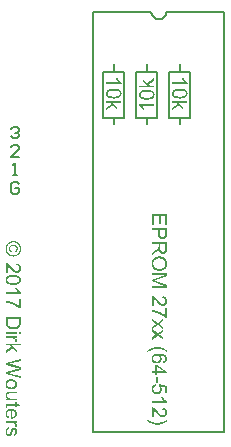
<source format=gto>
G04*
G04 #@! TF.GenerationSoftware,Altium Limited,Altium Designer,21.0.9 (235)*
G04*
G04 Layer_Color=65535*
%FSLAX25Y25*%
%MOIN*%
G70*
G04*
G04 #@! TF.SameCoordinates,E712B7E2-4447-4AEC-BC64-13D1A33EA5FB*
G04*
G04*
G04 #@! TF.FilePolarity,Positive*
G04*
G01*
G75*
%ADD10C,0.00787*%
%ADD11C,0.00591*%
G36*
X55716Y72541D02*
X55123D01*
Y75515D01*
X53579D01*
Y72730D01*
X52986D01*
Y75515D01*
X51271D01*
Y72424D01*
X50678D01*
Y76181D01*
X55716D01*
Y72541D01*
D02*
G37*
G36*
Y69483D02*
X55712Y69432D01*
Y69381D01*
X55709Y69323D01*
X55705Y69199D01*
X55694Y69072D01*
X55683Y68948D01*
X55672Y68890D01*
X55665Y68839D01*
Y68835D01*
X55661Y68821D01*
X55658Y68802D01*
X55654Y68777D01*
X55647Y68744D01*
X55636Y68708D01*
X55625Y68668D01*
X55614Y68620D01*
X55581Y68522D01*
X55538Y68420D01*
X55490Y68315D01*
X55428Y68216D01*
X55425Y68213D01*
X55421Y68205D01*
X55410Y68191D01*
X55396Y68176D01*
X55381Y68154D01*
X55359Y68129D01*
X55334Y68100D01*
X55305Y68071D01*
X55272Y68042D01*
X55235Y68009D01*
X55152Y67940D01*
X55053Y67874D01*
X54944Y67812D01*
X54941Y67809D01*
X54930Y67805D01*
X54912Y67798D01*
X54890Y67787D01*
X54861Y67776D01*
X54824Y67765D01*
X54784Y67750D01*
X54740Y67736D01*
X54693Y67721D01*
X54638Y67707D01*
X54584Y67696D01*
X54522Y67685D01*
X54395Y67667D01*
X54256Y67659D01*
X54249D01*
X54227D01*
X54194Y67663D01*
X54151Y67667D01*
X54093Y67670D01*
X54031Y67681D01*
X53958Y67692D01*
X53881Y67710D01*
X53798Y67732D01*
X53710Y67761D01*
X53619Y67794D01*
X53528Y67834D01*
X53437Y67881D01*
X53346Y67936D01*
X53255Y67998D01*
X53172Y68071D01*
X53168Y68074D01*
X53153Y68089D01*
X53132Y68114D01*
X53102Y68151D01*
X53070Y68198D01*
X53030Y68256D01*
X52990Y68326D01*
X52950Y68409D01*
X52909Y68504D01*
X52869Y68609D01*
X52829Y68733D01*
X52797Y68864D01*
X52767Y69013D01*
X52757Y69094D01*
X52746Y69177D01*
X52738Y69265D01*
X52731Y69356D01*
X52728Y69450D01*
Y70837D01*
X50678D01*
Y71503D01*
X55716D01*
Y69483D01*
D02*
G37*
G36*
Y64504D02*
X55712Y64460D01*
Y64402D01*
X55709Y64336D01*
X55705Y64267D01*
X55698Y64187D01*
X55690Y64107D01*
X55683Y64023D01*
X55658Y63852D01*
X55643Y63772D01*
X55625Y63692D01*
X55603Y63615D01*
X55578Y63546D01*
Y63542D01*
X55570Y63532D01*
X55563Y63513D01*
X55552Y63488D01*
X55538Y63459D01*
X55516Y63426D01*
X55494Y63386D01*
X55468Y63346D01*
X55436Y63302D01*
X55403Y63255D01*
X55363Y63208D01*
X55319Y63160D01*
X55268Y63117D01*
X55217Y63069D01*
X55159Y63026D01*
X55097Y62986D01*
X55093Y62982D01*
X55083Y62975D01*
X55064Y62967D01*
X55039Y62953D01*
X55006Y62938D01*
X54966Y62920D01*
X54922Y62898D01*
X54875Y62880D01*
X54821Y62862D01*
X54762Y62840D01*
X54700Y62822D01*
X54635Y62807D01*
X54566Y62793D01*
X54493Y62782D01*
X54416Y62778D01*
X54340Y62774D01*
X54333D01*
X54318D01*
X54289Y62778D01*
X54249D01*
X54205Y62785D01*
X54151Y62793D01*
X54093Y62804D01*
X54027Y62818D01*
X53958Y62836D01*
X53885Y62858D01*
X53809Y62887D01*
X53732Y62920D01*
X53656Y62960D01*
X53583Y63007D01*
X53506Y63062D01*
X53437Y63124D01*
X53434Y63128D01*
X53423Y63139D01*
X53404Y63160D01*
X53379Y63189D01*
X53350Y63226D01*
X53317Y63273D01*
X53281Y63324D01*
X53241Y63386D01*
X53201Y63459D01*
X53161Y63535D01*
X53124Y63626D01*
X53084Y63721D01*
X53051Y63826D01*
X53019Y63939D01*
X52993Y64063D01*
X52971Y64194D01*
Y64190D01*
X52964Y64183D01*
X52960Y64169D01*
X52950Y64150D01*
X52939Y64129D01*
X52924Y64103D01*
X52891Y64045D01*
X52855Y63979D01*
X52811Y63914D01*
X52767Y63852D01*
X52720Y63794D01*
X52717Y63790D01*
X52709Y63779D01*
X52691Y63765D01*
X52673Y63743D01*
X52644Y63717D01*
X52615Y63688D01*
X52578Y63652D01*
X52535Y63615D01*
X52487Y63575D01*
X52436Y63532D01*
X52382Y63484D01*
X52324Y63437D01*
X52258Y63390D01*
X52192Y63339D01*
X52047Y63240D01*
X50678Y62370D01*
Y63204D01*
X51727Y63870D01*
X51730Y63874D01*
X51745Y63885D01*
X51770Y63899D01*
X51799Y63917D01*
X51839Y63943D01*
X51883Y63972D01*
X51930Y64005D01*
X51981Y64038D01*
X52094Y64114D01*
X52211Y64194D01*
X52320Y64274D01*
X52371Y64314D01*
X52418Y64351D01*
X52422Y64354D01*
X52429Y64358D01*
X52440Y64369D01*
X52458Y64383D01*
X52502Y64420D01*
X52553Y64463D01*
X52607Y64518D01*
X52666Y64573D01*
X52717Y64631D01*
X52757Y64689D01*
X52760Y64696D01*
X52771Y64715D01*
X52789Y64744D01*
X52808Y64784D01*
X52829Y64827D01*
X52855Y64878D01*
X52873Y64933D01*
X52891Y64991D01*
Y64995D01*
X52895Y65013D01*
X52899Y65042D01*
X52906Y65079D01*
X52909Y65130D01*
X52913Y65195D01*
X52917Y65272D01*
Y66134D01*
X50678D01*
Y66800D01*
X55716D01*
Y64504D01*
D02*
G37*
G36*
X53215Y61930D02*
X53252D01*
X53292Y61926D01*
X53339Y61923D01*
X53390Y61919D01*
X53445Y61912D01*
X53503Y61905D01*
X53565Y61897D01*
X53699Y61875D01*
X53845Y61850D01*
X54001Y61813D01*
X54162Y61770D01*
X54325Y61715D01*
X54489Y61650D01*
X54649Y61573D01*
X54806Y61482D01*
X54882Y61431D01*
X54955Y61380D01*
X55024Y61322D01*
X55093Y61260D01*
X55097Y61257D01*
X55101Y61253D01*
X55112Y61242D01*
X55123Y61228D01*
X55141Y61213D01*
X55159Y61191D01*
X55206Y61137D01*
X55257Y61071D01*
X55319Y60991D01*
X55381Y60896D01*
X55450Y60791D01*
X55516Y60671D01*
X55578Y60540D01*
X55639Y60398D01*
X55694Y60245D01*
X55738Y60077D01*
X55774Y59903D01*
X55785Y59812D01*
X55796Y59717D01*
X55800Y59622D01*
X55803Y59524D01*
Y59491D01*
X55800Y59455D01*
Y59408D01*
X55792Y59346D01*
X55785Y59273D01*
X55774Y59193D01*
X55763Y59105D01*
X55745Y59011D01*
X55723Y58909D01*
X55694Y58803D01*
X55661Y58698D01*
X55625Y58588D01*
X55578Y58479D01*
X55527Y58370D01*
X55468Y58264D01*
X55465Y58257D01*
X55454Y58239D01*
X55436Y58210D01*
X55406Y58174D01*
X55374Y58126D01*
X55334Y58072D01*
X55283Y58013D01*
X55228Y57948D01*
X55166Y57879D01*
X55097Y57810D01*
X55021Y57737D01*
X54937Y57668D01*
X54846Y57598D01*
X54751Y57529D01*
X54649Y57467D01*
X54540Y57409D01*
X54533Y57406D01*
X54515Y57395D01*
X54482Y57380D01*
X54435Y57362D01*
X54380Y57340D01*
X54311Y57314D01*
X54234Y57289D01*
X54147Y57260D01*
X54052Y57234D01*
X53947Y57209D01*
X53838Y57183D01*
X53718Y57162D01*
X53594Y57140D01*
X53463Y57125D01*
X53328Y57118D01*
X53190Y57114D01*
X53186D01*
X53183D01*
X53172D01*
X53157D01*
X53139D01*
X53113Y57118D01*
X53059D01*
X52993Y57125D01*
X52917Y57129D01*
X52826Y57140D01*
X52731Y57154D01*
X52626Y57169D01*
X52516Y57191D01*
X52403Y57216D01*
X52287Y57245D01*
X52167Y57282D01*
X52051Y57322D01*
X51934Y57369D01*
X51818Y57424D01*
X51810Y57427D01*
X51792Y57438D01*
X51759Y57456D01*
X51719Y57482D01*
X51668Y57511D01*
X51610Y57551D01*
X51544Y57598D01*
X51475Y57649D01*
X51402Y57708D01*
X51330Y57773D01*
X51253Y57846D01*
X51177Y57922D01*
X51104Y58010D01*
X51031Y58101D01*
X50966Y58199D01*
X50904Y58301D01*
X50900Y58308D01*
X50889Y58326D01*
X50875Y58359D01*
X50857Y58399D01*
X50831Y58454D01*
X50806Y58516D01*
X50776Y58585D01*
X50751Y58665D01*
X50722Y58756D01*
X50693Y58851D01*
X50667Y58949D01*
X50642Y59058D01*
X50624Y59167D01*
X50609Y59284D01*
X50598Y59404D01*
X50595Y59524D01*
Y59557D01*
X50598Y59593D01*
X50602Y59644D01*
X50605Y59706D01*
X50613Y59779D01*
X50624Y59863D01*
X50638Y59950D01*
X50656Y60048D01*
X50678Y60150D01*
X50707Y60256D01*
X50740Y60361D01*
X50776Y60470D01*
X50824Y60583D01*
X50875Y60692D01*
X50937Y60798D01*
X50940Y60805D01*
X50951Y60823D01*
X50973Y60853D01*
X50999Y60889D01*
X51035Y60936D01*
X51075Y60991D01*
X51126Y61049D01*
X51180Y61115D01*
X51246Y61180D01*
X51315Y61253D01*
X51392Y61322D01*
X51475Y61391D01*
X51566Y61460D01*
X51661Y61526D01*
X51763Y61588D01*
X51872Y61646D01*
X51879Y61650D01*
X51898Y61657D01*
X51930Y61672D01*
X51978Y61690D01*
X52032Y61712D01*
X52098Y61737D01*
X52171Y61763D01*
X52254Y61788D01*
X52345Y61817D01*
X52444Y61843D01*
X52545Y61868D01*
X52655Y61890D01*
X52771Y61908D01*
X52888Y61923D01*
X53008Y61930D01*
X53132Y61934D01*
X53135D01*
X53146D01*
X53164D01*
X53186D01*
X53215Y61930D01*
D02*
G37*
G36*
X55716Y55276D02*
X52149Y54082D01*
X52141Y54079D01*
X52127Y54075D01*
X52101Y54068D01*
X52069Y54057D01*
X52025Y54042D01*
X51978Y54028D01*
X51927Y54009D01*
X51868Y53991D01*
X51748Y53951D01*
X51625Y53911D01*
X51563Y53893D01*
X51504Y53875D01*
X51454Y53856D01*
X51402Y53842D01*
X51406D01*
X51417Y53838D01*
X51432Y53831D01*
X51454Y53824D01*
X51483Y53816D01*
X51519Y53806D01*
X51559Y53791D01*
X51606Y53776D01*
X51661Y53758D01*
X51719Y53736D01*
X51785Y53715D01*
X51858Y53693D01*
X51938Y53664D01*
X52021Y53638D01*
X52112Y53605D01*
X52211Y53573D01*
X55716Y52364D01*
Y51465D01*
X50678D01*
Y52109D01*
X54893D01*
X50678Y53576D01*
Y54180D01*
X54966Y55633D01*
X50678D01*
Y56277D01*
X55716D01*
Y55276D01*
D02*
G37*
G36*
X50758Y48764D02*
X50817Y48761D01*
X50878Y48753D01*
X50951Y48742D01*
X51028Y48724D01*
X51104Y48699D01*
X51108D01*
X51119Y48691D01*
X51137Y48684D01*
X51162Y48673D01*
X51195Y48662D01*
X51231Y48644D01*
X51271Y48622D01*
X51315Y48600D01*
X51366Y48575D01*
X51417Y48542D01*
X51530Y48473D01*
X51650Y48389D01*
X51774Y48291D01*
X51777Y48287D01*
X51788Y48276D01*
X51807Y48262D01*
X51832Y48240D01*
X51865Y48211D01*
X51901Y48174D01*
X51945Y48134D01*
X51992Y48083D01*
X52047Y48029D01*
X52105Y47971D01*
X52167Y47905D01*
X52236Y47832D01*
X52305Y47752D01*
X52378Y47668D01*
X52455Y47578D01*
X52535Y47483D01*
X52538Y47479D01*
X52542Y47472D01*
X52553Y47461D01*
X52564Y47446D01*
X52582Y47428D01*
X52600Y47406D01*
X52647Y47352D01*
X52702Y47283D01*
X52771Y47210D01*
X52844Y47126D01*
X52924Y47039D01*
X53008Y46944D01*
X53095Y46853D01*
X53183Y46758D01*
X53273Y46671D01*
X53361Y46584D01*
X53445Y46507D01*
X53528Y46435D01*
X53605Y46376D01*
X53608Y46373D01*
X53623Y46365D01*
X53645Y46351D01*
X53670Y46329D01*
X53707Y46307D01*
X53747Y46285D01*
X53794Y46256D01*
X53845Y46231D01*
X53900Y46205D01*
X53958Y46176D01*
X54085Y46129D01*
X54151Y46111D01*
X54216Y46096D01*
X54282Y46089D01*
X54347Y46085D01*
X54351D01*
X54365D01*
X54384D01*
X54409Y46089D01*
X54442Y46092D01*
X54478Y46100D01*
X54518Y46107D01*
X54562Y46118D01*
X54609Y46132D01*
X54660Y46151D01*
X54711Y46172D01*
X54762Y46198D01*
X54817Y46227D01*
X54868Y46263D01*
X54919Y46303D01*
X54966Y46351D01*
X54970Y46354D01*
X54977Y46362D01*
X54988Y46376D01*
X55006Y46398D01*
X55024Y46424D01*
X55046Y46456D01*
X55072Y46493D01*
X55093Y46533D01*
X55119Y46580D01*
X55141Y46631D01*
X55163Y46689D01*
X55181Y46748D01*
X55199Y46813D01*
X55210Y46882D01*
X55217Y46955D01*
X55221Y47032D01*
Y47075D01*
X55217Y47104D01*
X55214Y47144D01*
X55206Y47188D01*
X55199Y47235D01*
X55188Y47290D01*
X55174Y47344D01*
X55155Y47403D01*
X55133Y47461D01*
X55108Y47523D01*
X55075Y47581D01*
X55039Y47639D01*
X54999Y47698D01*
X54952Y47749D01*
X54948Y47752D01*
X54941Y47760D01*
X54922Y47774D01*
X54904Y47789D01*
X54875Y47810D01*
X54842Y47832D01*
X54802Y47858D01*
X54759Y47880D01*
X54711Y47905D01*
X54653Y47931D01*
X54595Y47952D01*
X54529Y47974D01*
X54457Y47989D01*
X54380Y48003D01*
X54300Y48011D01*
X54213Y48014D01*
X54278Y48651D01*
X54282D01*
X54285D01*
X54296Y48648D01*
X54311D01*
X54347Y48644D01*
X54395Y48633D01*
X54453Y48622D01*
X54522Y48608D01*
X54598Y48589D01*
X54678Y48568D01*
X54766Y48538D01*
X54853Y48506D01*
X54944Y48466D01*
X55035Y48418D01*
X55123Y48367D01*
X55206Y48305D01*
X55286Y48240D01*
X55359Y48164D01*
X55363Y48160D01*
X55374Y48145D01*
X55396Y48120D01*
X55417Y48087D01*
X55447Y48043D01*
X55479Y47992D01*
X55512Y47931D01*
X55549Y47861D01*
X55581Y47781D01*
X55614Y47698D01*
X55647Y47603D01*
X55676Y47501D01*
X55701Y47392D01*
X55720Y47275D01*
X55730Y47152D01*
X55734Y47021D01*
Y46988D01*
X55730Y46951D01*
X55727Y46900D01*
X55723Y46839D01*
X55712Y46769D01*
X55701Y46689D01*
X55683Y46606D01*
X55661Y46515D01*
X55636Y46424D01*
X55603Y46325D01*
X55563Y46231D01*
X55516Y46136D01*
X55465Y46045D01*
X55403Y45958D01*
X55330Y45874D01*
X55326Y45870D01*
X55312Y45856D01*
X55290Y45834D01*
X55257Y45808D01*
X55221Y45776D01*
X55174Y45739D01*
X55119Y45699D01*
X55057Y45659D01*
X54988Y45623D01*
X54912Y45583D01*
X54828Y45546D01*
X54740Y45514D01*
X54646Y45488D01*
X54548Y45466D01*
X54442Y45452D01*
X54333Y45448D01*
X54329D01*
X54318D01*
X54304D01*
X54282D01*
X54253Y45452D01*
X54224Y45455D01*
X54187Y45459D01*
X54147Y45463D01*
X54056Y45477D01*
X53954Y45499D01*
X53849Y45532D01*
X53739Y45572D01*
X53736D01*
X53725Y45579D01*
X53710Y45586D01*
X53689Y45597D01*
X53663Y45608D01*
X53630Y45626D01*
X53594Y45645D01*
X53554Y45670D01*
X53510Y45696D01*
X53463Y45725D01*
X53357Y45798D01*
X53303Y45838D01*
X53244Y45881D01*
X53186Y45932D01*
X53124Y45983D01*
X53121Y45987D01*
X53110Y45998D01*
X53092Y46012D01*
X53066Y46038D01*
X53033Y46071D01*
X52993Y46111D01*
X52946Y46154D01*
X52891Y46209D01*
X52833Y46271D01*
X52767Y46343D01*
X52695Y46420D01*
X52615Y46507D01*
X52531Y46602D01*
X52440Y46704D01*
X52342Y46817D01*
X52240Y46937D01*
X52236Y46944D01*
X52218Y46962D01*
X52196Y46988D01*
X52163Y47024D01*
X52127Y47071D01*
X52083Y47119D01*
X52036Y47173D01*
X51985Y47232D01*
X51879Y47355D01*
X51825Y47414D01*
X51774Y47472D01*
X51723Y47526D01*
X51679Y47574D01*
X51639Y47618D01*
X51603Y47650D01*
X51595Y47658D01*
X51574Y47676D01*
X51541Y47705D01*
X51501Y47741D01*
X51450Y47781D01*
X51395Y47825D01*
X51333Y47869D01*
X51271Y47909D01*
Y45441D01*
X50678D01*
Y48768D01*
X50682D01*
X50689D01*
X50700D01*
X50715D01*
X50736D01*
X50758Y48764D01*
D02*
G37*
G36*
X55650Y41477D02*
X55170D01*
X55163Y41480D01*
X55148Y41499D01*
X55115Y41524D01*
X55075Y41561D01*
X55024Y41604D01*
X54962Y41655D01*
X54890Y41713D01*
X54806Y41775D01*
X54715Y41844D01*
X54613Y41921D01*
X54500Y42001D01*
X54380Y42081D01*
X54249Y42168D01*
X54111Y42252D01*
X53965Y42343D01*
X53809Y42430D01*
X53805D01*
X53798Y42434D01*
X53787Y42441D01*
X53772Y42452D01*
X53750Y42463D01*
X53725Y42474D01*
X53696Y42492D01*
X53663Y42507D01*
X53627Y42529D01*
X53583Y42547D01*
X53492Y42594D01*
X53390Y42645D01*
X53273Y42700D01*
X53146Y42758D01*
X53008Y42816D01*
X52866Y42878D01*
X52713Y42937D01*
X52556Y42998D01*
X52396Y43053D01*
X52229Y43108D01*
X52061Y43159D01*
X52054Y43162D01*
X52032Y43166D01*
X51999Y43177D01*
X51952Y43188D01*
X51890Y43202D01*
X51821Y43220D01*
X51741Y43239D01*
X51650Y43257D01*
X51552Y43279D01*
X51446Y43297D01*
X51330Y43319D01*
X51210Y43337D01*
X51086Y43355D01*
X50955Y43370D01*
X50817Y43384D01*
X50678Y43395D01*
Y44032D01*
X50685D01*
X50704D01*
X50740Y44028D01*
X50784D01*
X50842Y44025D01*
X50911Y44018D01*
X50991Y44010D01*
X51079Y43999D01*
X51180Y43988D01*
X51290Y43974D01*
X51406Y43956D01*
X51534Y43934D01*
X51668Y43905D01*
X51810Y43876D01*
X51960Y43843D01*
X52112Y43803D01*
X52116D01*
X52123Y43799D01*
X52134Y43795D01*
X52149Y43792D01*
X52171Y43785D01*
X52196Y43777D01*
X52225Y43770D01*
X52258Y43759D01*
X52331Y43737D01*
X52422Y43708D01*
X52520Y43675D01*
X52633Y43639D01*
X52753Y43595D01*
X52880Y43548D01*
X53015Y43493D01*
X53153Y43439D01*
X53295Y43377D01*
X53441Y43308D01*
X53590Y43239D01*
X53736Y43162D01*
X53739D01*
X53743Y43159D01*
X53754Y43151D01*
X53772Y43144D01*
X53790Y43133D01*
X53812Y43119D01*
X53867Y43089D01*
X53932Y43049D01*
X54012Y43006D01*
X54100Y42951D01*
X54194Y42893D01*
X54296Y42831D01*
X54402Y42762D01*
X54511Y42685D01*
X54624Y42609D01*
X54846Y42445D01*
X54955Y42358D01*
X55057Y42270D01*
Y44738D01*
X55650D01*
Y41477D01*
D02*
G37*
G36*
X52564Y39773D02*
X54329Y41007D01*
Y40246D01*
X53470Y39675D01*
X53466Y39671D01*
X53459Y39668D01*
X53448Y39661D01*
X53430Y39650D01*
X53408Y39635D01*
X53383Y39620D01*
X53328Y39584D01*
X53263Y39544D01*
X53197Y39500D01*
X53128Y39457D01*
X53062Y39420D01*
X53066Y39417D01*
X53073Y39413D01*
X53084Y39406D01*
X53099Y39395D01*
X53142Y39366D01*
X53197Y39326D01*
X53255Y39282D01*
X53325Y39235D01*
X53394Y39187D01*
X53459Y39140D01*
X54329Y38525D01*
Y37782D01*
X52575Y39020D01*
X50678Y37691D01*
Y38445D01*
X51810Y39202D01*
X52087Y39377D01*
X50678Y40359D01*
Y41106D01*
X52564Y39773D01*
D02*
G37*
G36*
Y36253D02*
X54329Y37487D01*
Y36727D01*
X53470Y36155D01*
X53466Y36151D01*
X53459Y36148D01*
X53448Y36141D01*
X53430Y36130D01*
X53408Y36115D01*
X53383Y36101D01*
X53328Y36064D01*
X53263Y36024D01*
X53197Y35980D01*
X53128Y35937D01*
X53062Y35900D01*
X53066Y35897D01*
X53073Y35893D01*
X53084Y35886D01*
X53099Y35875D01*
X53142Y35846D01*
X53197Y35806D01*
X53255Y35762D01*
X53325Y35715D01*
X53394Y35667D01*
X53459Y35620D01*
X54329Y35005D01*
Y34262D01*
X52575Y35500D01*
X50678Y34171D01*
Y34925D01*
X51810Y35682D01*
X52087Y35857D01*
X50678Y36840D01*
Y37586D01*
X52564Y36253D01*
D02*
G37*
G36*
X52578Y31733D02*
X52607D01*
X52636D01*
X52713Y31729D01*
X52797Y31722D01*
X52895Y31714D01*
X53000Y31703D01*
X53117Y31689D01*
X53241Y31671D01*
X53372Y31653D01*
X53506Y31627D01*
X53645Y31594D01*
X53783Y31561D01*
X53925Y31521D01*
X54067Y31474D01*
X54071D01*
X54078Y31471D01*
X54089Y31467D01*
X54107Y31460D01*
X54129Y31452D01*
X54154Y31441D01*
X54184Y31430D01*
X54216Y31416D01*
X54253Y31401D01*
X54296Y31383D01*
X54387Y31343D01*
X54493Y31292D01*
X54609Y31238D01*
X54737Y31176D01*
X54871Y31103D01*
X55017Y31026D01*
X55166Y30939D01*
X55319Y30844D01*
X55479Y30742D01*
X55639Y30633D01*
X55800Y30517D01*
Y30073D01*
X55796D01*
X55792Y30076D01*
X55781Y30084D01*
X55767Y30091D01*
X55730Y30113D01*
X55683Y30138D01*
X55625Y30175D01*
X55556Y30211D01*
X55483Y30255D01*
X55403Y30298D01*
X55235Y30389D01*
X55064Y30480D01*
X54984Y30524D01*
X54908Y30560D01*
X54839Y30593D01*
X54777Y30622D01*
X54773Y30626D01*
X54755Y30633D01*
X54729Y30644D01*
X54697Y30659D01*
X54653Y30673D01*
X54598Y30695D01*
X54540Y30717D01*
X54475Y30742D01*
X54405Y30768D01*
X54325Y30797D01*
X54245Y30823D01*
X54158Y30852D01*
X53976Y30906D01*
X53787Y30954D01*
X53779D01*
X53758Y30961D01*
X53725Y30968D01*
X53677Y30975D01*
X53619Y30986D01*
X53550Y31001D01*
X53474Y31012D01*
X53386Y31026D01*
X53292Y31041D01*
X53190Y31052D01*
X53084Y31066D01*
X52971Y31077D01*
X52859Y31085D01*
X52738Y31092D01*
X52498Y31099D01*
X52495D01*
X52480D01*
X52455D01*
X52425Y31096D01*
X52385D01*
X52334Y31092D01*
X52280Y31088D01*
X52214Y31085D01*
X52141Y31077D01*
X52065Y31066D01*
X51981Y31059D01*
X51887Y31045D01*
X51792Y31030D01*
X51687Y31012D01*
X51581Y30994D01*
X51464Y30972D01*
X51348Y30946D01*
X51224Y30917D01*
X51097Y30884D01*
X50966Y30848D01*
X50831Y30808D01*
X50693Y30764D01*
X50551Y30717D01*
X50409Y30666D01*
X50263Y30611D01*
X50114Y30550D01*
X49965Y30484D01*
X49812Y30411D01*
X49659Y30335D01*
X49506Y30255D01*
X49350Y30167D01*
X49197Y30073D01*
Y30517D01*
X49200D01*
X49204Y30524D01*
X49215Y30531D01*
X49226Y30539D01*
X49262Y30568D01*
X49313Y30604D01*
X49375Y30648D01*
X49448Y30699D01*
X49532Y30753D01*
X49630Y30819D01*
X49735Y30884D01*
X49852Y30954D01*
X49976Y31026D01*
X50107Y31099D01*
X50249Y31172D01*
X50394Y31245D01*
X50547Y31314D01*
X50707Y31383D01*
X50711D01*
X50718Y31387D01*
X50729Y31390D01*
X50747Y31398D01*
X50769Y31405D01*
X50795Y31416D01*
X50824Y31427D01*
X50857Y31438D01*
X50897Y31452D01*
X50937Y31463D01*
X51031Y31496D01*
X51137Y31525D01*
X51257Y31558D01*
X51384Y31594D01*
X51526Y31623D01*
X51672Y31653D01*
X51828Y31682D01*
X51989Y31703D01*
X52156Y31722D01*
X52327Y31733D01*
X52498Y31736D01*
X52502D01*
X52509D01*
X52520D01*
X52535D01*
X52556D01*
X52578Y31733D01*
D02*
G37*
G36*
X53132Y29549D02*
X53172D01*
X53219Y29545D01*
X53273D01*
X53328Y29541D01*
X53394Y29534D01*
X53459Y29530D01*
X53532Y29523D01*
X53681Y29509D01*
X53845Y29483D01*
X54016Y29458D01*
X54194Y29421D01*
X54369Y29377D01*
X54544Y29327D01*
X54715Y29265D01*
X54875Y29192D01*
X54952Y29152D01*
X55021Y29108D01*
X55090Y29061D01*
X55155Y29013D01*
X55163Y29006D01*
X55181Y28992D01*
X55210Y28966D01*
X55246Y28926D01*
X55290Y28879D01*
X55337Y28824D01*
X55392Y28755D01*
X55447Y28679D01*
X55497Y28591D01*
X55552Y28497D01*
X55599Y28395D01*
X55643Y28282D01*
X55680Y28158D01*
X55709Y28031D01*
X55727Y27892D01*
X55734Y27747D01*
Y27721D01*
X55730Y27689D01*
Y27648D01*
X55723Y27597D01*
X55716Y27539D01*
X55705Y27474D01*
X55694Y27401D01*
X55676Y27328D01*
X55654Y27248D01*
X55625Y27168D01*
X55592Y27088D01*
X55556Y27004D01*
X55509Y26924D01*
X55458Y26848D01*
X55399Y26775D01*
X55396Y26771D01*
X55385Y26757D01*
X55363Y26739D01*
X55337Y26713D01*
X55305Y26684D01*
X55261Y26651D01*
X55214Y26615D01*
X55159Y26575D01*
X55097Y26535D01*
X55028Y26495D01*
X54952Y26455D01*
X54868Y26422D01*
X54780Y26385D01*
X54686Y26356D01*
X54584Y26334D01*
X54478Y26316D01*
X54431Y26931D01*
X54435D01*
X54446Y26935D01*
X54467Y26939D01*
X54489Y26946D01*
X54522Y26957D01*
X54555Y26964D01*
X54635Y26993D01*
X54719Y27026D01*
X54806Y27066D01*
X54890Y27113D01*
X54926Y27139D01*
X54959Y27168D01*
X54962Y27172D01*
X54970Y27179D01*
X54984Y27193D01*
X54999Y27212D01*
X55021Y27237D01*
X55042Y27266D01*
X55068Y27299D01*
X55093Y27339D01*
X55115Y27383D01*
X55141Y27430D01*
X55163Y27477D01*
X55185Y27532D01*
X55199Y27590D01*
X55214Y27652D01*
X55221Y27718D01*
X55225Y27783D01*
Y27812D01*
X55221Y27834D01*
Y27860D01*
X55217Y27889D01*
X55210Y27922D01*
X55203Y27962D01*
X55185Y28042D01*
X55155Y28129D01*
X55112Y28216D01*
X55086Y28260D01*
X55057Y28304D01*
X55053Y28307D01*
X55046Y28315D01*
X55035Y28333D01*
X55017Y28351D01*
X54995Y28376D01*
X54970Y28406D01*
X54937Y28435D01*
X54901Y28471D01*
X54861Y28508D01*
X54813Y28544D01*
X54762Y28584D01*
X54708Y28620D01*
X54646Y28660D01*
X54580Y28697D01*
X54511Y28733D01*
X54438Y28766D01*
X54435D01*
X54420Y28773D01*
X54395Y28780D01*
X54362Y28791D01*
X54322Y28806D01*
X54271Y28821D01*
X54209Y28835D01*
X54140Y28850D01*
X54063Y28864D01*
X53976Y28882D01*
X53878Y28897D01*
X53776Y28908D01*
X53663Y28919D01*
X53543Y28930D01*
X53412Y28933D01*
X53273Y28937D01*
X53277Y28933D01*
X53288Y28926D01*
X53306Y28915D01*
X53328Y28897D01*
X53357Y28875D01*
X53390Y28850D01*
X53426Y28821D01*
X53466Y28784D01*
X53506Y28748D01*
X53547Y28708D01*
X53630Y28613D01*
X53710Y28511D01*
X53747Y28453D01*
X53779Y28395D01*
X53783Y28391D01*
X53787Y28380D01*
X53794Y28362D01*
X53805Y28340D01*
X53820Y28307D01*
X53834Y28275D01*
X53849Y28234D01*
X53863Y28187D01*
X53878Y28140D01*
X53892Y28085D01*
X53921Y27972D01*
X53940Y27845D01*
X53947Y27779D01*
Y27685D01*
X53943Y27652D01*
X53940Y27612D01*
X53932Y27558D01*
X53921Y27496D01*
X53907Y27426D01*
X53889Y27350D01*
X53867Y27270D01*
X53834Y27186D01*
X53798Y27099D01*
X53754Y27008D01*
X53699Y26921D01*
X53641Y26833D01*
X53568Y26746D01*
X53488Y26662D01*
X53485Y26658D01*
X53466Y26644D01*
X53441Y26622D01*
X53404Y26593D01*
X53361Y26560D01*
X53306Y26524D01*
X53244Y26484D01*
X53172Y26444D01*
X53092Y26404D01*
X53000Y26364D01*
X52906Y26327D01*
X52800Y26294D01*
X52688Y26265D01*
X52571Y26243D01*
X52444Y26229D01*
X52312Y26225D01*
X52309D01*
X52291D01*
X52265D01*
X52232Y26229D01*
X52189Y26232D01*
X52141Y26236D01*
X52087Y26243D01*
X52025Y26251D01*
X51960Y26262D01*
X51890Y26276D01*
X51818Y26291D01*
X51741Y26313D01*
X51665Y26338D01*
X51588Y26364D01*
X51508Y26396D01*
X51432Y26433D01*
X51428Y26436D01*
X51414Y26444D01*
X51392Y26455D01*
X51366Y26469D01*
X51330Y26491D01*
X51290Y26516D01*
X51250Y26546D01*
X51202Y26578D01*
X51151Y26618D01*
X51100Y26658D01*
X51050Y26706D01*
X50999Y26757D01*
X50947Y26808D01*
X50897Y26866D01*
X50853Y26928D01*
X50809Y26993D01*
X50806Y26997D01*
X50798Y27008D01*
X50791Y27030D01*
X50776Y27055D01*
X50758Y27092D01*
X50740Y27132D01*
X50722Y27175D01*
X50704Y27230D01*
X50682Y27285D01*
X50664Y27346D01*
X50645Y27415D01*
X50627Y27485D01*
X50613Y27561D01*
X50605Y27638D01*
X50598Y27721D01*
X50595Y27805D01*
Y27838D01*
X50598Y27856D01*
Y27878D01*
X50602Y27932D01*
X50613Y27998D01*
X50624Y28074D01*
X50642Y28158D01*
X50667Y28253D01*
X50696Y28351D01*
X50733Y28453D01*
X50780Y28555D01*
X50835Y28660D01*
X50900Y28766D01*
X50977Y28872D01*
X51064Y28970D01*
X51162Y29064D01*
X51170Y29068D01*
X51188Y29086D01*
X51224Y29108D01*
X51271Y29141D01*
X51333Y29177D01*
X51370Y29199D01*
X51410Y29217D01*
X51454Y29239D01*
X51501Y29261D01*
X51555Y29287D01*
X51610Y29308D01*
X51668Y29330D01*
X51730Y29352D01*
X51799Y29377D01*
X51868Y29399D01*
X51945Y29417D01*
X52021Y29439D01*
X52105Y29458D01*
X52192Y29476D01*
X52283Y29494D01*
X52378Y29509D01*
X52476Y29519D01*
X52578Y29530D01*
X52688Y29541D01*
X52797Y29545D01*
X52913Y29552D01*
X53033D01*
X53037D01*
X53051D01*
X53070D01*
X53099D01*
X53132Y29549D01*
D02*
G37*
G36*
X55716Y23517D02*
Y23011D01*
X52451D01*
Y22330D01*
X51883D01*
Y23011D01*
X50678D01*
Y23630D01*
X51883D01*
Y25814D01*
X52451D01*
X55716Y23517D01*
D02*
G37*
G36*
X52811Y19866D02*
X52189D01*
Y21774D01*
X52811D01*
Y19866D01*
D02*
G37*
G36*
X52054Y18709D02*
X52051D01*
X52032Y18705D01*
X52010Y18701D01*
X51978Y18694D01*
X51938Y18683D01*
X51890Y18672D01*
X51839Y18658D01*
X51785Y18640D01*
X51672Y18596D01*
X51610Y18570D01*
X51552Y18541D01*
X51494Y18505D01*
X51439Y18468D01*
X51388Y18425D01*
X51341Y18377D01*
X51337Y18374D01*
X51330Y18367D01*
X51319Y18352D01*
X51304Y18330D01*
X51286Y18305D01*
X51264Y18272D01*
X51246Y18239D01*
X51224Y18199D01*
X51199Y18155D01*
X51180Y18104D01*
X51159Y18053D01*
X51140Y17995D01*
X51126Y17937D01*
X51115Y17875D01*
X51108Y17810D01*
X51104Y17740D01*
Y17719D01*
X51108Y17697D01*
Y17664D01*
X51115Y17628D01*
X51122Y17580D01*
X51133Y17529D01*
X51148Y17475D01*
X51162Y17416D01*
X51184Y17355D01*
X51213Y17293D01*
X51246Y17227D01*
X51282Y17165D01*
X51330Y17100D01*
X51381Y17038D01*
X51439Y16980D01*
X51443Y16976D01*
X51454Y16965D01*
X51475Y16951D01*
X51501Y16932D01*
X51534Y16907D01*
X51574Y16881D01*
X51621Y16852D01*
X51675Y16823D01*
X51737Y16798D01*
X51803Y16769D01*
X51876Y16743D01*
X51956Y16718D01*
X52043Y16699D01*
X52134Y16685D01*
X52229Y16674D01*
X52331Y16670D01*
X52338D01*
X52353D01*
X52382Y16674D01*
X52418D01*
X52462Y16678D01*
X52516Y16685D01*
X52571Y16696D01*
X52636Y16707D01*
X52702Y16725D01*
X52767Y16743D01*
X52837Y16769D01*
X52909Y16798D01*
X52979Y16830D01*
X53044Y16870D01*
X53110Y16918D01*
X53168Y16969D01*
X53172Y16972D01*
X53183Y16983D01*
X53197Y16998D01*
X53215Y17023D01*
X53241Y17052D01*
X53266Y17089D01*
X53292Y17129D01*
X53321Y17176D01*
X53350Y17231D01*
X53375Y17289D01*
X53404Y17351D01*
X53426Y17420D01*
X53445Y17496D01*
X53459Y17577D01*
X53470Y17660D01*
X53474Y17748D01*
Y17777D01*
X53470Y17799D01*
Y17824D01*
X53466Y17857D01*
X53463Y17890D01*
X53456Y17930D01*
X53441Y18013D01*
X53415Y18104D01*
X53383Y18199D01*
X53335Y18290D01*
Y18294D01*
X53328Y18301D01*
X53321Y18312D01*
X53310Y18330D01*
X53281Y18374D01*
X53241Y18428D01*
X53190Y18487D01*
X53132Y18549D01*
X53062Y18610D01*
X52986Y18665D01*
X53062Y19247D01*
X55650Y18760D01*
Y16252D01*
X55061D01*
Y18268D01*
X53703Y18538D01*
X53707Y18534D01*
X53718Y18516D01*
X53732Y18494D01*
X53754Y18458D01*
X53776Y18417D01*
X53805Y18370D01*
X53830Y18312D01*
X53863Y18250D01*
X53892Y18181D01*
X53921Y18108D01*
X53947Y18028D01*
X53969Y17948D01*
X53991Y17861D01*
X54005Y17773D01*
X54016Y17679D01*
X54020Y17587D01*
Y17558D01*
X54016Y17522D01*
X54012Y17478D01*
X54005Y17420D01*
X53994Y17355D01*
X53980Y17278D01*
X53961Y17198D01*
X53940Y17114D01*
X53907Y17023D01*
X53870Y16932D01*
X53827Y16838D01*
X53772Y16743D01*
X53714Y16648D01*
X53641Y16557D01*
X53561Y16470D01*
X53557Y16466D01*
X53539Y16452D01*
X53514Y16426D01*
X53477Y16397D01*
X53434Y16364D01*
X53379Y16324D01*
X53313Y16284D01*
X53241Y16241D01*
X53161Y16201D01*
X53073Y16161D01*
X52975Y16121D01*
X52873Y16084D01*
X52760Y16059D01*
X52640Y16033D01*
X52516Y16019D01*
X52385Y16015D01*
X52382D01*
X52378D01*
X52367D01*
X52356D01*
X52320Y16019D01*
X52272Y16022D01*
X52211Y16026D01*
X52141Y16037D01*
X52065Y16048D01*
X51981Y16066D01*
X51890Y16088D01*
X51796Y16113D01*
X51697Y16146D01*
X51599Y16183D01*
X51497Y16230D01*
X51399Y16284D01*
X51301Y16346D01*
X51206Y16415D01*
X51199Y16423D01*
X51180Y16437D01*
X51151Y16466D01*
X51111Y16503D01*
X51064Y16554D01*
X51013Y16612D01*
X50958Y16681D01*
X50900Y16761D01*
X50842Y16852D01*
X50787Y16951D01*
X50736Y17060D01*
X50689Y17180D01*
X50653Y17307D01*
X50620Y17442D01*
X50602Y17587D01*
X50595Y17740D01*
Y17770D01*
X50598Y17806D01*
X50602Y17853D01*
X50605Y17911D01*
X50616Y17981D01*
X50627Y18057D01*
X50642Y18137D01*
X50664Y18225D01*
X50689Y18316D01*
X50718Y18410D01*
X50755Y18505D01*
X50798Y18596D01*
X50849Y18690D01*
X50911Y18778D01*
X50977Y18861D01*
X50980Y18865D01*
X50995Y18880D01*
X51017Y18902D01*
X51046Y18931D01*
X51086Y18963D01*
X51133Y19004D01*
X51188Y19044D01*
X51250Y19087D01*
X51319Y19131D01*
X51395Y19171D01*
X51479Y19215D01*
X51570Y19255D01*
X51668Y19287D01*
X51774Y19317D01*
X51883Y19342D01*
X51999Y19357D01*
X52054Y18709D01*
D02*
G37*
G36*
X54471Y14963D02*
X54478Y14949D01*
X54493Y14919D01*
X54511Y14883D01*
X54533Y14839D01*
X54562Y14785D01*
X54595Y14727D01*
X54631Y14665D01*
X54675Y14595D01*
X54719Y14523D01*
X54821Y14370D01*
X54933Y14213D01*
X55057Y14064D01*
X55061Y14060D01*
X55072Y14046D01*
X55090Y14028D01*
X55115Y14002D01*
X55148Y13969D01*
X55185Y13933D01*
X55228Y13893D01*
X55272Y13849D01*
X55323Y13806D01*
X55377Y13758D01*
X55490Y13667D01*
X55610Y13584D01*
X55672Y13547D01*
X55734Y13514D01*
Y13114D01*
X50678D01*
Y13733D01*
X54617D01*
X54613Y13736D01*
X54606Y13744D01*
X54595Y13755D01*
X54580Y13773D01*
X54562Y13795D01*
X54537Y13824D01*
X54511Y13857D01*
X54482Y13889D01*
X54453Y13933D01*
X54416Y13977D01*
X54384Y14024D01*
X54344Y14075D01*
X54307Y14133D01*
X54267Y14191D01*
X54187Y14322D01*
X54184Y14326D01*
X54176Y14337D01*
X54165Y14359D01*
X54154Y14384D01*
X54136Y14413D01*
X54114Y14450D01*
X54093Y14493D01*
X54067Y14537D01*
X54016Y14639D01*
X53965Y14748D01*
X53914Y14861D01*
X53870Y14970D01*
X54467D01*
X54471Y14963D01*
D02*
G37*
G36*
X50758Y11603D02*
X50817Y11600D01*
X50878Y11592D01*
X50951Y11581D01*
X51028Y11563D01*
X51104Y11538D01*
X51108D01*
X51119Y11531D01*
X51137Y11523D01*
X51162Y11512D01*
X51195Y11501D01*
X51231Y11483D01*
X51271Y11461D01*
X51315Y11440D01*
X51366Y11414D01*
X51417Y11381D01*
X51530Y11312D01*
X51650Y11228D01*
X51774Y11130D01*
X51777Y11127D01*
X51788Y11116D01*
X51807Y11101D01*
X51832Y11079D01*
X51865Y11050D01*
X51901Y11014D01*
X51945Y10974D01*
X51992Y10923D01*
X52047Y10868D01*
X52105Y10810D01*
X52167Y10744D01*
X52236Y10672D01*
X52305Y10591D01*
X52378Y10508D01*
X52455Y10417D01*
X52535Y10322D01*
X52538Y10318D01*
X52542Y10311D01*
X52553Y10300D01*
X52564Y10286D01*
X52582Y10267D01*
X52600Y10246D01*
X52647Y10191D01*
X52702Y10122D01*
X52771Y10049D01*
X52844Y9965D01*
X52924Y9878D01*
X53008Y9783D01*
X53095Y9692D01*
X53183Y9598D01*
X53273Y9510D01*
X53361Y9423D01*
X53445Y9347D01*
X53528Y9274D01*
X53605Y9216D01*
X53608Y9212D01*
X53623Y9205D01*
X53645Y9190D01*
X53670Y9168D01*
X53707Y9146D01*
X53747Y9125D01*
X53794Y9095D01*
X53845Y9070D01*
X53900Y9044D01*
X53958Y9015D01*
X54085Y8968D01*
X54151Y8950D01*
X54216Y8935D01*
X54282Y8928D01*
X54347Y8924D01*
X54351D01*
X54365D01*
X54384D01*
X54409Y8928D01*
X54442Y8932D01*
X54478Y8939D01*
X54518Y8946D01*
X54562Y8957D01*
X54609Y8972D01*
X54660Y8990D01*
X54711Y9012D01*
X54762Y9037D01*
X54817Y9066D01*
X54868Y9103D01*
X54919Y9143D01*
X54966Y9190D01*
X54970Y9194D01*
X54977Y9201D01*
X54988Y9216D01*
X55006Y9237D01*
X55024Y9263D01*
X55046Y9296D01*
X55072Y9332D01*
X55093Y9372D01*
X55119Y9419D01*
X55141Y9470D01*
X55163Y9529D01*
X55181Y9587D01*
X55199Y9652D01*
X55210Y9721D01*
X55217Y9794D01*
X55221Y9871D01*
Y9914D01*
X55217Y9944D01*
X55214Y9984D01*
X55206Y10027D01*
X55199Y10075D01*
X55188Y10129D01*
X55174Y10184D01*
X55155Y10242D01*
X55133Y10300D01*
X55108Y10362D01*
X55075Y10420D01*
X55039Y10479D01*
X54999Y10537D01*
X54952Y10588D01*
X54948Y10591D01*
X54941Y10599D01*
X54922Y10613D01*
X54904Y10628D01*
X54875Y10650D01*
X54842Y10672D01*
X54802Y10697D01*
X54759Y10719D01*
X54711Y10744D01*
X54653Y10770D01*
X54595Y10792D01*
X54529Y10813D01*
X54457Y10828D01*
X54380Y10843D01*
X54300Y10850D01*
X54213Y10853D01*
X54278Y11490D01*
X54282D01*
X54285D01*
X54296Y11487D01*
X54311D01*
X54347Y11483D01*
X54395Y11472D01*
X54453Y11461D01*
X54522Y11447D01*
X54598Y11429D01*
X54678Y11407D01*
X54766Y11378D01*
X54853Y11345D01*
X54944Y11305D01*
X55035Y11258D01*
X55123Y11207D01*
X55206Y11145D01*
X55286Y11079D01*
X55359Y11003D01*
X55363Y10999D01*
X55374Y10985D01*
X55396Y10959D01*
X55417Y10926D01*
X55447Y10883D01*
X55479Y10832D01*
X55512Y10770D01*
X55549Y10701D01*
X55581Y10621D01*
X55614Y10537D01*
X55647Y10442D01*
X55676Y10340D01*
X55701Y10231D01*
X55720Y10115D01*
X55730Y9991D01*
X55734Y9860D01*
Y9827D01*
X55730Y9791D01*
X55727Y9740D01*
X55723Y9678D01*
X55712Y9609D01*
X55701Y9529D01*
X55683Y9445D01*
X55661Y9354D01*
X55636Y9263D01*
X55603Y9165D01*
X55563Y9070D01*
X55516Y8975D01*
X55465Y8884D01*
X55403Y8797D01*
X55330Y8713D01*
X55326Y8710D01*
X55312Y8695D01*
X55290Y8673D01*
X55257Y8648D01*
X55221Y8615D01*
X55174Y8579D01*
X55119Y8539D01*
X55057Y8498D01*
X54988Y8462D01*
X54912Y8422D01*
X54828Y8386D01*
X54740Y8353D01*
X54646Y8327D01*
X54548Y8305D01*
X54442Y8291D01*
X54333Y8287D01*
X54329D01*
X54318D01*
X54304D01*
X54282D01*
X54253Y8291D01*
X54224Y8295D01*
X54187Y8298D01*
X54147Y8302D01*
X54056Y8316D01*
X53954Y8338D01*
X53849Y8371D01*
X53739Y8411D01*
X53736D01*
X53725Y8418D01*
X53710Y8426D01*
X53689Y8437D01*
X53663Y8448D01*
X53630Y8466D01*
X53594Y8484D01*
X53554Y8509D01*
X53510Y8535D01*
X53463Y8564D01*
X53357Y8637D01*
X53303Y8677D01*
X53244Y8721D01*
X53186Y8771D01*
X53124Y8822D01*
X53121Y8826D01*
X53110Y8837D01*
X53092Y8851D01*
X53066Y8877D01*
X53033Y8910D01*
X52993Y8950D01*
X52946Y8993D01*
X52891Y9048D01*
X52833Y9110D01*
X52767Y9183D01*
X52695Y9259D01*
X52615Y9347D01*
X52531Y9441D01*
X52440Y9543D01*
X52342Y9656D01*
X52240Y9776D01*
X52236Y9783D01*
X52218Y9802D01*
X52196Y9827D01*
X52163Y9863D01*
X52127Y9911D01*
X52083Y9958D01*
X52036Y10013D01*
X51985Y10071D01*
X51879Y10195D01*
X51825Y10253D01*
X51774Y10311D01*
X51723Y10366D01*
X51679Y10413D01*
X51639Y10457D01*
X51603Y10490D01*
X51595Y10497D01*
X51574Y10515D01*
X51541Y10544D01*
X51501Y10581D01*
X51450Y10621D01*
X51395Y10664D01*
X51333Y10708D01*
X51271Y10748D01*
Y8280D01*
X50678D01*
Y11607D01*
X50682D01*
X50689D01*
X50700D01*
X50715D01*
X50736D01*
X50758Y11603D01*
D02*
G37*
G36*
X55800Y7039D02*
X55796Y7035D01*
X55789Y7032D01*
X55778Y7024D01*
X55760Y7010D01*
X55741Y6995D01*
X55716Y6977D01*
X55683Y6955D01*
X55650Y6933D01*
X55614Y6908D01*
X55574Y6879D01*
X55479Y6817D01*
X55377Y6751D01*
X55261Y6678D01*
X55133Y6602D01*
X54999Y6522D01*
X54853Y6442D01*
X54704Y6365D01*
X54551Y6289D01*
X54391Y6216D01*
X54231Y6147D01*
X54067Y6085D01*
X54063D01*
X54060Y6081D01*
X54049Y6078D01*
X54034Y6074D01*
X54016Y6067D01*
X53994Y6060D01*
X53965Y6052D01*
X53936Y6045D01*
X53867Y6023D01*
X53787Y6001D01*
X53692Y5976D01*
X53590Y5950D01*
X53477Y5929D01*
X53354Y5903D01*
X53226Y5881D01*
X53088Y5859D01*
X52946Y5845D01*
X52800Y5830D01*
X52651Y5823D01*
X52498Y5819D01*
X52495D01*
X52487D01*
X52476D01*
X52458D01*
X52433D01*
X52407Y5823D01*
X52374D01*
X52342D01*
X52302Y5827D01*
X52258Y5830D01*
X52160Y5838D01*
X52051Y5849D01*
X51927Y5863D01*
X51796Y5881D01*
X51654Y5907D01*
X51508Y5936D01*
X51352Y5969D01*
X51195Y6012D01*
X51035Y6060D01*
X50871Y6114D01*
X50707Y6176D01*
X50704D01*
X50696Y6180D01*
X50685Y6187D01*
X50671Y6191D01*
X50649Y6202D01*
X50624Y6213D01*
X50595Y6223D01*
X50562Y6238D01*
X50489Y6274D01*
X50402Y6314D01*
X50303Y6362D01*
X50194Y6416D01*
X50081Y6478D01*
X49961Y6544D01*
X49834Y6613D01*
X49706Y6689D01*
X49575Y6769D01*
X49448Y6857D01*
X49320Y6944D01*
X49197Y7039D01*
Y7483D01*
X49200Y7479D01*
X49215Y7472D01*
X49240Y7457D01*
X49270Y7439D01*
X49310Y7414D01*
X49360Y7388D01*
X49415Y7356D01*
X49481Y7323D01*
X49550Y7286D01*
X49630Y7246D01*
X49714Y7203D01*
X49805Y7159D01*
X49903Y7112D01*
X50005Y7064D01*
X50114Y7017D01*
X50227Y6970D01*
X50347Y6922D01*
X50471Y6875D01*
X50598Y6828D01*
X50729Y6780D01*
X50999Y6693D01*
X51286Y6617D01*
X51432Y6584D01*
X51581Y6551D01*
X51730Y6522D01*
X51883Y6500D01*
X52036Y6482D01*
X52189Y6467D01*
X52342Y6460D01*
X52498Y6456D01*
X52502D01*
X52505D01*
X52527D01*
X52564D01*
X52607Y6460D01*
X52666D01*
X52735Y6464D01*
X52815Y6467D01*
X52899Y6475D01*
X52993Y6482D01*
X53095Y6493D01*
X53201Y6504D01*
X53310Y6518D01*
X53426Y6537D01*
X53543Y6555D01*
X53779Y6606D01*
X53787D01*
X53801Y6609D01*
X53830Y6617D01*
X53867Y6628D01*
X53914Y6638D01*
X53969Y6653D01*
X54027Y6671D01*
X54096Y6689D01*
X54169Y6711D01*
X54245Y6737D01*
X54329Y6762D01*
X54413Y6791D01*
X54588Y6857D01*
X54766Y6933D01*
X54769D01*
X54780Y6940D01*
X54799Y6948D01*
X54824Y6959D01*
X54861Y6977D01*
X54901Y6995D01*
X54952Y7021D01*
X55010Y7050D01*
X55079Y7086D01*
X55155Y7126D01*
X55239Y7170D01*
X55334Y7221D01*
X55436Y7275D01*
X55549Y7337D01*
X55669Y7406D01*
X55800Y7483D01*
Y7039D01*
D02*
G37*
G36*
X4575Y67058D02*
X4626Y67054D01*
X4684Y67051D01*
X4757Y67043D01*
X4837Y67032D01*
X4924Y67018D01*
X5022Y67000D01*
X5124Y66978D01*
X5230Y66949D01*
X5343Y66916D01*
X5459Y66876D01*
X5576Y66829D01*
X5692Y66778D01*
X5809Y66716D01*
X5812D01*
X5816Y66712D01*
X5838Y66701D01*
X5867Y66679D01*
X5911Y66650D01*
X5961Y66614D01*
X6023Y66574D01*
X6089Y66523D01*
X6162Y66465D01*
X6238Y66399D01*
X6314Y66326D01*
X6395Y66246D01*
X6475Y66159D01*
X6555Y66064D01*
X6628Y65966D01*
X6700Y65857D01*
X6766Y65744D01*
Y65740D01*
X6769Y65737D01*
X6780Y65715D01*
X6799Y65682D01*
X6820Y65635D01*
X6846Y65580D01*
X6871Y65511D01*
X6904Y65434D01*
X6937Y65351D01*
X6966Y65260D01*
X6999Y65158D01*
X7024Y65052D01*
X7053Y64943D01*
X7072Y64830D01*
X7090Y64710D01*
X7101Y64590D01*
X7104Y64470D01*
Y64441D01*
X7101Y64404D01*
Y64357D01*
X7094Y64299D01*
X7086Y64230D01*
X7075Y64153D01*
X7061Y64066D01*
X7042Y63971D01*
X7021Y63873D01*
X6995Y63767D01*
X6962Y63658D01*
X6922Y63545D01*
X6879Y63429D01*
X6824Y63312D01*
X6766Y63196D01*
Y63192D01*
X6762Y63189D01*
X6751Y63167D01*
X6729Y63138D01*
X6704Y63094D01*
X6668Y63039D01*
X6628Y62981D01*
X6577Y62912D01*
X6522Y62843D01*
X6457Y62766D01*
X6384Y62686D01*
X6307Y62606D01*
X6220Y62526D01*
X6129Y62446D01*
X6027Y62370D01*
X5921Y62297D01*
X5809Y62228D01*
X5801Y62224D01*
X5779Y62213D01*
X5747Y62195D01*
X5699Y62173D01*
X5645Y62148D01*
X5576Y62119D01*
X5499Y62086D01*
X5412Y62053D01*
X5317Y62020D01*
X5219Y61988D01*
X5110Y61958D01*
X4997Y61933D01*
X4880Y61911D01*
X4760Y61893D01*
X4637Y61882D01*
X4509Y61878D01*
X4505D01*
X4502D01*
X4491D01*
X4480D01*
X4444Y61882D01*
X4393D01*
X4334Y61889D01*
X4265Y61897D01*
X4185Y61907D01*
X4094Y61922D01*
X3999Y61940D01*
X3898Y61962D01*
X3792Y61991D01*
X3679Y62024D01*
X3566Y62060D01*
X3450Y62108D01*
X3333Y62159D01*
X3217Y62220D01*
X3210Y62224D01*
X3191Y62235D01*
X3159Y62257D01*
X3115Y62282D01*
X3064Y62319D01*
X3002Y62362D01*
X2937Y62410D01*
X2864Y62468D01*
X2787Y62533D01*
X2711Y62606D01*
X2631Y62683D01*
X2551Y62770D01*
X2471Y62861D01*
X2394Y62963D01*
X2321Y63068D01*
X2256Y63181D01*
X2252Y63189D01*
X2241Y63210D01*
X2223Y63243D01*
X2205Y63287D01*
X2176Y63345D01*
X2150Y63411D01*
X2118Y63487D01*
X2089Y63574D01*
X2056Y63665D01*
X2023Y63767D01*
X1997Y63873D01*
X1972Y63986D01*
X1950Y64102D01*
X1932Y64222D01*
X1921Y64346D01*
X1917Y64470D01*
Y64499D01*
X1921Y64535D01*
Y64586D01*
X1928Y64645D01*
X1936Y64714D01*
X1946Y64794D01*
X1961Y64885D01*
X1979Y64979D01*
X2001Y65082D01*
X2027Y65187D01*
X2059Y65300D01*
X2099Y65413D01*
X2143Y65529D01*
X2198Y65646D01*
X2256Y65762D01*
X2260Y65769D01*
X2270Y65788D01*
X2292Y65820D01*
X2318Y65864D01*
X2354Y65915D01*
X2398Y65973D01*
X2449Y66042D01*
X2503Y66112D01*
X2569Y66188D01*
X2642Y66264D01*
X2718Y66344D01*
X2806Y66425D01*
X2900Y66505D01*
X2998Y66581D01*
X3104Y66654D01*
X3217Y66720D01*
X3224Y66723D01*
X3246Y66734D01*
X3279Y66752D01*
X3322Y66774D01*
X3381Y66799D01*
X3450Y66829D01*
X3526Y66858D01*
X3610Y66891D01*
X3705Y66923D01*
X3803Y66952D01*
X3912Y66982D01*
X4025Y67007D01*
X4141Y67029D01*
X4262Y67047D01*
X4385Y67058D01*
X4509Y67062D01*
X4513D01*
X4516D01*
X4527D01*
X4538D01*
X4575Y67058D01*
D02*
G37*
G36*
X2059Y59716D02*
X2118Y59712D01*
X2180Y59705D01*
X2252Y59694D01*
X2329Y59676D01*
X2405Y59651D01*
X2409D01*
X2420Y59643D01*
X2438Y59636D01*
X2463Y59625D01*
X2496Y59614D01*
X2533Y59596D01*
X2573Y59574D01*
X2616Y59552D01*
X2667Y59527D01*
X2718Y59494D01*
X2831Y59425D01*
X2951Y59341D01*
X3075Y59243D01*
X3079Y59239D01*
X3090Y59228D01*
X3108Y59214D01*
X3133Y59192D01*
X3166Y59163D01*
X3202Y59126D01*
X3246Y59086D01*
X3293Y59035D01*
X3348Y58981D01*
X3406Y58923D01*
X3468Y58857D01*
X3537Y58784D01*
X3606Y58704D01*
X3679Y58621D01*
X3756Y58530D01*
X3836Y58435D01*
X3839Y58431D01*
X3843Y58424D01*
X3854Y58413D01*
X3865Y58398D01*
X3883Y58380D01*
X3901Y58358D01*
X3949Y58304D01*
X4003Y58235D01*
X4072Y58162D01*
X4145Y58078D01*
X4225Y57991D01*
X4309Y57896D01*
X4396Y57805D01*
X4484Y57710D01*
X4575Y57623D01*
X4662Y57536D01*
X4746Y57459D01*
X4829Y57386D01*
X4906Y57328D01*
X4910Y57325D01*
X4924Y57317D01*
X4946Y57303D01*
X4971Y57281D01*
X5008Y57259D01*
X5048Y57237D01*
X5095Y57208D01*
X5146Y57183D01*
X5201Y57157D01*
X5259Y57128D01*
X5386Y57081D01*
X5452Y57063D01*
X5517Y57048D01*
X5583Y57041D01*
X5648Y57037D01*
X5652D01*
X5667D01*
X5685D01*
X5710Y57041D01*
X5743Y57044D01*
X5779Y57052D01*
X5819Y57059D01*
X5863Y57070D01*
X5911Y57084D01*
X5961Y57103D01*
X6012Y57124D01*
X6063Y57150D01*
X6118Y57179D01*
X6169Y57215D01*
X6220Y57256D01*
X6267Y57303D01*
X6271Y57306D01*
X6278Y57314D01*
X6289Y57328D01*
X6307Y57350D01*
X6325Y57376D01*
X6347Y57408D01*
X6373Y57445D01*
X6395Y57485D01*
X6420Y57532D01*
X6442Y57583D01*
X6464Y57641D01*
X6482Y57700D01*
X6500Y57765D01*
X6511Y57834D01*
X6518Y57907D01*
X6522Y57983D01*
Y58027D01*
X6518Y58056D01*
X6515Y58096D01*
X6508Y58140D01*
X6500Y58187D01*
X6489Y58242D01*
X6475Y58297D01*
X6457Y58355D01*
X6435Y58413D01*
X6409Y58475D01*
X6376Y58533D01*
X6340Y58591D01*
X6300Y58650D01*
X6253Y58701D01*
X6249Y58704D01*
X6242Y58711D01*
X6224Y58726D01*
X6205Y58741D01*
X6176Y58762D01*
X6143Y58784D01*
X6103Y58810D01*
X6060Y58832D01*
X6012Y58857D01*
X5954Y58882D01*
X5896Y58904D01*
X5830Y58926D01*
X5758Y58941D01*
X5681Y58955D01*
X5601Y58963D01*
X5514Y58966D01*
X5579Y59603D01*
X5583D01*
X5587D01*
X5597Y59600D01*
X5612D01*
X5648Y59596D01*
X5696Y59585D01*
X5754Y59574D01*
X5823Y59560D01*
X5900Y59541D01*
X5980Y59519D01*
X6067Y59490D01*
X6154Y59458D01*
X6245Y59418D01*
X6336Y59370D01*
X6424Y59319D01*
X6508Y59258D01*
X6588Y59192D01*
X6660Y59115D01*
X6664Y59112D01*
X6675Y59097D01*
X6697Y59072D01*
X6719Y59039D01*
X6748Y58995D01*
X6780Y58944D01*
X6813Y58882D01*
X6850Y58813D01*
X6882Y58733D01*
X6915Y58650D01*
X6948Y58555D01*
X6977Y58453D01*
X7002Y58344D01*
X7021Y58227D01*
X7032Y58104D01*
X7035Y57973D01*
Y57940D01*
X7032Y57903D01*
X7028Y57852D01*
X7024Y57790D01*
X7013Y57721D01*
X7002Y57641D01*
X6984Y57558D01*
X6962Y57467D01*
X6937Y57376D01*
X6904Y57277D01*
X6864Y57183D01*
X6817Y57088D01*
X6766Y56997D01*
X6704Y56910D01*
X6631Y56826D01*
X6628Y56822D01*
X6613Y56808D01*
X6591Y56786D01*
X6558Y56760D01*
X6522Y56728D01*
X6475Y56691D01*
X6420Y56651D01*
X6358Y56611D01*
X6289Y56575D01*
X6213Y56535D01*
X6129Y56498D01*
X6041Y56466D01*
X5947Y56440D01*
X5849Y56418D01*
X5743Y56404D01*
X5634Y56400D01*
X5630D01*
X5619D01*
X5605D01*
X5583D01*
X5554Y56404D01*
X5525Y56407D01*
X5488Y56411D01*
X5448Y56415D01*
X5357Y56429D01*
X5255Y56451D01*
X5150Y56484D01*
X5040Y56524D01*
X5037D01*
X5026Y56531D01*
X5011Y56538D01*
X4990Y56549D01*
X4964Y56560D01*
X4931Y56578D01*
X4895Y56597D01*
X4855Y56622D01*
X4811Y56648D01*
X4764Y56677D01*
X4658Y56749D01*
X4604Y56789D01*
X4546Y56833D01*
X4487Y56884D01*
X4425Y56935D01*
X4422Y56939D01*
X4411Y56950D01*
X4393Y56964D01*
X4367Y56990D01*
X4334Y57023D01*
X4294Y57063D01*
X4247Y57106D01*
X4192Y57161D01*
X4134Y57223D01*
X4069Y57296D01*
X3996Y57372D01*
X3916Y57459D01*
X3832Y57554D01*
X3741Y57656D01*
X3643Y57769D01*
X3541Y57889D01*
X3537Y57896D01*
X3519Y57914D01*
X3497Y57940D01*
X3464Y57976D01*
X3428Y58024D01*
X3384Y58071D01*
X3337Y58125D01*
X3286Y58184D01*
X3181Y58307D01*
X3126Y58366D01*
X3075Y58424D01*
X3024Y58478D01*
X2980Y58526D01*
X2940Y58570D01*
X2904Y58602D01*
X2897Y58609D01*
X2875Y58628D01*
X2842Y58657D01*
X2802Y58693D01*
X2751Y58733D01*
X2696Y58777D01*
X2634Y58821D01*
X2573Y58861D01*
Y56393D01*
X1979D01*
Y59720D01*
X1983D01*
X1990D01*
X2001D01*
X2016D01*
X2038D01*
X2059Y59716D01*
D02*
G37*
G36*
X4578Y55727D02*
X4611D01*
X4684Y55723D01*
X4771Y55719D01*
X4869Y55716D01*
X4975Y55708D01*
X5088Y55698D01*
X5204Y55687D01*
X5445Y55654D01*
X5565Y55632D01*
X5681Y55607D01*
X5794Y55581D01*
X5900Y55548D01*
X5907Y55545D01*
X5925Y55541D01*
X5951Y55530D01*
X5991Y55515D01*
X6034Y55494D01*
X6089Y55472D01*
X6147Y55443D01*
X6209Y55410D01*
X6274Y55377D01*
X6344Y55334D01*
X6417Y55290D01*
X6486Y55243D01*
X6555Y55188D01*
X6620Y55130D01*
X6682Y55068D01*
X6740Y55002D01*
X6744Y54999D01*
X6755Y54984D01*
X6769Y54966D01*
X6788Y54937D01*
X6810Y54900D01*
X6835Y54857D01*
X6860Y54809D01*
X6890Y54751D01*
X6915Y54689D01*
X6941Y54620D01*
X6966Y54544D01*
X6988Y54464D01*
X7010Y54376D01*
X7024Y54285D01*
X7032Y54191D01*
X7035Y54089D01*
Y54049D01*
X7032Y54019D01*
Y53987D01*
X7028Y53943D01*
X7021Y53899D01*
X7013Y53848D01*
X6995Y53739D01*
X6966Y53619D01*
X6926Y53495D01*
X6901Y53437D01*
X6871Y53379D01*
Y53375D01*
X6864Y53364D01*
X6853Y53350D01*
X6842Y53328D01*
X6824Y53302D01*
X6802Y53273D01*
X6780Y53237D01*
X6751Y53201D01*
X6686Y53120D01*
X6602Y53037D01*
X6508Y52953D01*
X6398Y52877D01*
X6395Y52873D01*
X6384Y52869D01*
X6365Y52858D01*
X6344Y52844D01*
X6314Y52826D01*
X6278Y52807D01*
X6238Y52785D01*
X6191Y52764D01*
X6140Y52738D01*
X6082Y52713D01*
X6020Y52687D01*
X5954Y52658D01*
X5885Y52633D01*
X5812Y52611D01*
X5732Y52585D01*
X5652Y52564D01*
X5648D01*
X5630Y52560D01*
X5608Y52553D01*
X5572Y52545D01*
X5528Y52538D01*
X5474Y52527D01*
X5412Y52516D01*
X5339Y52505D01*
X5259Y52494D01*
X5168Y52483D01*
X5070Y52473D01*
X4964Y52465D01*
X4851Y52458D01*
X4727Y52451D01*
X4600Y52447D01*
X4462D01*
X4458D01*
X4451D01*
X4440D01*
X4422D01*
X4403D01*
X4378D01*
X4349Y52451D01*
X4316D01*
X4240Y52454D01*
X4152Y52458D01*
X4058Y52462D01*
X3952Y52469D01*
X3839Y52480D01*
X3723Y52491D01*
X3486Y52523D01*
X3366Y52545D01*
X3250Y52571D01*
X3137Y52600D01*
X3031Y52633D01*
X3024Y52636D01*
X3006Y52640D01*
X2980Y52651D01*
X2940Y52665D01*
X2897Y52687D01*
X2842Y52709D01*
X2784Y52738D01*
X2722Y52767D01*
X2656Y52804D01*
X2587Y52847D01*
X2518Y52891D01*
X2445Y52938D01*
X2376Y52993D01*
X2310Y53051D01*
X2249Y53113D01*
X2190Y53179D01*
X2187Y53182D01*
X2180Y53197D01*
X2165Y53215D01*
X2143Y53244D01*
X2121Y53281D01*
X2096Y53321D01*
X2070Y53372D01*
X2045Y53426D01*
X2016Y53492D01*
X1990Y53561D01*
X1965Y53634D01*
X1943Y53714D01*
X1925Y53801D01*
X1910Y53892D01*
X1899Y53987D01*
X1896Y54089D01*
Y54121D01*
X1899Y54158D01*
X1903Y54209D01*
X1910Y54271D01*
X1925Y54343D01*
X1939Y54420D01*
X1961Y54507D01*
X1987Y54598D01*
X2023Y54689D01*
X2063Y54784D01*
X2114Y54882D01*
X2172Y54977D01*
X2241Y55068D01*
X2321Y55155D01*
X2413Y55235D01*
X2416D01*
X2420Y55239D01*
X2431Y55246D01*
X2442Y55257D01*
X2460Y55268D01*
X2482Y55283D01*
X2503Y55297D01*
X2533Y55312D01*
X2565Y55330D01*
X2602Y55352D01*
X2642Y55370D01*
X2685Y55392D01*
X2736Y55414D01*
X2787Y55436D01*
X2846Y55461D01*
X2904Y55483D01*
X2969Y55505D01*
X3039Y55530D01*
X3111Y55552D01*
X3191Y55574D01*
X3272Y55596D01*
X3359Y55614D01*
X3446Y55636D01*
X3545Y55654D01*
X3643Y55668D01*
X3745Y55683D01*
X3854Y55698D01*
X3967Y55708D01*
X4083Y55719D01*
X4203Y55723D01*
X4331Y55730D01*
X4462D01*
X4465D01*
X4473D01*
X4484D01*
X4502D01*
X4524D01*
X4549D01*
X4578Y55727D01*
D02*
G37*
G36*
X5772Y51337D02*
X5779Y51322D01*
X5794Y51293D01*
X5812Y51257D01*
X5834Y51213D01*
X5863Y51158D01*
X5896Y51100D01*
X5932Y51038D01*
X5976Y50969D01*
X6020Y50896D01*
X6122Y50744D01*
X6234Y50587D01*
X6358Y50438D01*
X6362Y50434D01*
X6373Y50419D01*
X6391Y50401D01*
X6417Y50376D01*
X6449Y50343D01*
X6486Y50307D01*
X6529Y50267D01*
X6573Y50223D01*
X6624Y50179D01*
X6679Y50132D01*
X6791Y50041D01*
X6911Y49957D01*
X6973Y49921D01*
X7035Y49888D01*
Y49488D01*
X1979D01*
Y50107D01*
X5918D01*
X5914Y50110D01*
X5907Y50117D01*
X5896Y50128D01*
X5881Y50147D01*
X5863Y50168D01*
X5838Y50197D01*
X5812Y50230D01*
X5783Y50263D01*
X5754Y50307D01*
X5718Y50350D01*
X5685Y50398D01*
X5645Y50449D01*
X5608Y50507D01*
X5568Y50565D01*
X5488Y50696D01*
X5485Y50700D01*
X5477Y50711D01*
X5466Y50733D01*
X5455Y50758D01*
X5437Y50787D01*
X5415Y50824D01*
X5394Y50867D01*
X5368Y50911D01*
X5317Y51013D01*
X5266Y51122D01*
X5215Y51235D01*
X5172Y51344D01*
X5768D01*
X5772Y51337D01*
D02*
G37*
G36*
X6951Y44603D02*
X6471D01*
X6464Y44607D01*
X6449Y44625D01*
X6417Y44650D01*
X6376Y44686D01*
X6325Y44730D01*
X6264Y44781D01*
X6191Y44839D01*
X6107Y44901D01*
X6016Y44971D01*
X5914Y45047D01*
X5801Y45127D01*
X5681Y45207D01*
X5550Y45294D01*
X5412Y45378D01*
X5266Y45469D01*
X5110Y45557D01*
X5106D01*
X5099Y45560D01*
X5088Y45567D01*
X5073Y45578D01*
X5051Y45589D01*
X5026Y45600D01*
X4997Y45618D01*
X4964Y45633D01*
X4928Y45655D01*
X4884Y45673D01*
X4793Y45720D01*
X4691Y45771D01*
X4575Y45826D01*
X4447Y45884D01*
X4309Y45942D01*
X4167Y46004D01*
X4014Y46062D01*
X3858Y46124D01*
X3697Y46179D01*
X3530Y46233D01*
X3362Y46284D01*
X3355Y46288D01*
X3333Y46292D01*
X3301Y46303D01*
X3253Y46314D01*
X3191Y46328D01*
X3122Y46346D01*
X3042Y46365D01*
X2951Y46383D01*
X2853Y46405D01*
X2747Y46423D01*
X2631Y46445D01*
X2511Y46463D01*
X2387Y46481D01*
X2256Y46496D01*
X2118Y46510D01*
X1979Y46521D01*
Y47158D01*
X1987D01*
X2005D01*
X2041Y47155D01*
X2085D01*
X2143Y47151D01*
X2212Y47144D01*
X2292Y47136D01*
X2380Y47125D01*
X2482Y47114D01*
X2591Y47100D01*
X2707Y47082D01*
X2835Y47060D01*
X2969Y47031D01*
X3111Y47002D01*
X3261Y46969D01*
X3413Y46929D01*
X3417D01*
X3424Y46925D01*
X3435Y46922D01*
X3450Y46918D01*
X3472Y46911D01*
X3497Y46903D01*
X3526Y46896D01*
X3559Y46885D01*
X3632Y46863D01*
X3723Y46834D01*
X3821Y46801D01*
X3934Y46765D01*
X4054Y46721D01*
X4182Y46674D01*
X4316Y46619D01*
X4454Y46565D01*
X4597Y46503D01*
X4742Y46434D01*
X4891Y46365D01*
X5037Y46288D01*
X5040D01*
X5044Y46284D01*
X5055Y46277D01*
X5073Y46270D01*
X5091Y46259D01*
X5113Y46244D01*
X5168Y46215D01*
X5233Y46175D01*
X5314Y46132D01*
X5401Y46077D01*
X5495Y46019D01*
X5597Y45957D01*
X5703Y45888D01*
X5812Y45811D01*
X5925Y45735D01*
X6147Y45571D01*
X6256Y45484D01*
X6358Y45396D01*
Y47864D01*
X6951D01*
Y44603D01*
D02*
G37*
G36*
X7017Y39955D02*
X7013Y39907D01*
Y39849D01*
X7010Y39787D01*
Y39718D01*
X6999Y39572D01*
X6988Y39423D01*
X6977Y39350D01*
X6970Y39281D01*
X6959Y39216D01*
X6944Y39154D01*
Y39150D01*
X6941Y39136D01*
X6933Y39114D01*
X6926Y39081D01*
X6911Y39044D01*
X6897Y39001D01*
X6882Y38954D01*
X6860Y38899D01*
X6813Y38786D01*
X6748Y38662D01*
X6675Y38539D01*
X6631Y38477D01*
X6584Y38418D01*
X6580Y38415D01*
X6569Y38400D01*
X6548Y38378D01*
X6522Y38353D01*
X6489Y38320D01*
X6449Y38280D01*
X6402Y38240D01*
X6351Y38193D01*
X6289Y38146D01*
X6224Y38098D01*
X6154Y38047D01*
X6078Y37996D01*
X5994Y37949D01*
X5911Y37905D01*
X5816Y37861D01*
X5721Y37821D01*
X5714Y37818D01*
X5696Y37814D01*
X5670Y37803D01*
X5630Y37789D01*
X5579Y37774D01*
X5521Y37760D01*
X5452Y37741D01*
X5375Y37720D01*
X5292Y37701D01*
X5197Y37683D01*
X5099Y37669D01*
X4993Y37654D01*
X4884Y37639D01*
X4767Y37629D01*
X4647Y37625D01*
X4524Y37621D01*
X4516D01*
X4498D01*
X4469D01*
X4425Y37625D01*
X4378D01*
X4320Y37629D01*
X4254Y37632D01*
X4182Y37639D01*
X4105Y37647D01*
X4021Y37654D01*
X3850Y37679D01*
X3675Y37712D01*
X3504Y37756D01*
X3501D01*
X3486Y37763D01*
X3461Y37771D01*
X3432Y37782D01*
X3395Y37792D01*
X3352Y37811D01*
X3301Y37829D01*
X3250Y37851D01*
X3133Y37898D01*
X3009Y37960D01*
X2889Y38025D01*
X2773Y38102D01*
X2769Y38105D01*
X2762Y38113D01*
X2744Y38124D01*
X2726Y38138D01*
X2700Y38156D01*
X2671Y38182D01*
X2605Y38236D01*
X2533Y38306D01*
X2456Y38382D01*
X2383Y38469D01*
X2314Y38560D01*
Y38564D01*
X2307Y38571D01*
X2300Y38586D01*
X2289Y38604D01*
X2274Y38630D01*
X2260Y38659D01*
X2241Y38691D01*
X2223Y38728D01*
X2201Y38772D01*
X2180Y38815D01*
X2161Y38866D01*
X2139Y38917D01*
X2099Y39034D01*
X2063Y39161D01*
Y39165D01*
X2059Y39176D01*
X2056Y39197D01*
X2049Y39223D01*
X2045Y39256D01*
X2038Y39296D01*
X2030Y39343D01*
X2023Y39394D01*
X2012Y39452D01*
X2005Y39514D01*
X1997Y39580D01*
X1994Y39652D01*
X1987Y39725D01*
X1983Y39805D01*
X1979Y39969D01*
Y41785D01*
X7017D01*
Y39955D01*
D02*
G37*
G36*
Y36162D02*
X6307D01*
Y36781D01*
X7017D01*
Y36162D01*
D02*
G37*
G36*
X5630D02*
X1979D01*
Y36781D01*
X5630D01*
Y36162D01*
D02*
G37*
G36*
Y34669D02*
X5070D01*
X5073Y34666D01*
X5088Y34658D01*
X5106Y34647D01*
X5131Y34633D01*
X5164Y34615D01*
X5201Y34593D01*
X5281Y34542D01*
X5364Y34480D01*
X5452Y34414D01*
X5488Y34382D01*
X5525Y34349D01*
X5557Y34312D01*
X5583Y34280D01*
Y34276D01*
X5590Y34273D01*
X5594Y34262D01*
X5605Y34247D01*
X5623Y34211D01*
X5648Y34163D01*
X5670Y34101D01*
X5692Y34036D01*
X5707Y33963D01*
X5710Y33883D01*
Y33850D01*
X5707Y33828D01*
X5703Y33799D01*
X5699Y33766D01*
X5692Y33730D01*
X5685Y33687D01*
X5674Y33639D01*
X5663Y33588D01*
X5627Y33483D01*
X5605Y33424D01*
X5576Y33366D01*
X5547Y33308D01*
X5510Y33246D01*
X4939Y33464D01*
Y33468D01*
X4946Y33475D01*
X4950Y33486D01*
X4961Y33505D01*
X4968Y33523D01*
X4979Y33548D01*
X5004Y33606D01*
X5030Y33672D01*
X5048Y33748D01*
X5062Y33832D01*
X5070Y33916D01*
Y33948D01*
X5062Y33989D01*
X5055Y34036D01*
X5040Y34091D01*
X5019Y34152D01*
X4986Y34214D01*
X4946Y34276D01*
X4939Y34283D01*
X4924Y34302D01*
X4895Y34331D01*
X4859Y34363D01*
X4811Y34403D01*
X4753Y34440D01*
X4684Y34476D01*
X4607Y34506D01*
X4604D01*
X4593Y34509D01*
X4575Y34516D01*
X4549Y34520D01*
X4520Y34527D01*
X4484Y34538D01*
X4440Y34545D01*
X4396Y34556D01*
X4342Y34567D01*
X4287Y34575D01*
X4229Y34582D01*
X4167Y34593D01*
X4032Y34604D01*
X3887Y34607D01*
X1979D01*
Y35226D01*
X5630D01*
Y34669D01*
D02*
G37*
G36*
X7017Y32256D02*
X4141D01*
X5630Y30793D01*
Y29992D01*
X4273Y31386D01*
X1979Y29850D01*
Y30614D01*
X3847Y31823D01*
X3424Y32256D01*
X1979D01*
Y32875D01*
X7017D01*
Y32256D01*
D02*
G37*
G36*
Y27098D02*
X3712Y26334D01*
X3705D01*
X3690Y26326D01*
X3661Y26323D01*
X3625Y26312D01*
X3577Y26301D01*
X3523Y26290D01*
X3457Y26275D01*
X3388Y26261D01*
X3315Y26243D01*
X3235Y26228D01*
X3148Y26210D01*
X3060Y26192D01*
X2875Y26155D01*
X2682Y26119D01*
X2685D01*
X2693Y26115D01*
X2704D01*
X2718Y26112D01*
X2736Y26104D01*
X2758Y26101D01*
X2809Y26090D01*
X2875Y26072D01*
X2944Y26057D01*
X3020Y26039D01*
X3100Y26017D01*
X3264Y25977D01*
X3344Y25959D01*
X3417Y25940D01*
X3483Y25922D01*
X3537Y25911D01*
X3585Y25897D01*
X3599Y25893D01*
X3614Y25890D01*
X7017Y24936D01*
Y24132D01*
X4465Y23411D01*
X4462D01*
X4454Y23407D01*
X4440Y23404D01*
X4422Y23400D01*
X4400Y23392D01*
X4371Y23385D01*
X4342Y23378D01*
X4305Y23367D01*
X4265Y23356D01*
X4222Y23345D01*
X4120Y23320D01*
X4010Y23291D01*
X3887Y23261D01*
X3752Y23229D01*
X3614Y23196D01*
X3464Y23163D01*
X3311Y23131D01*
X2998Y23069D01*
X2682Y23018D01*
X2689D01*
X2704Y23014D01*
X2729Y23007D01*
X2765Y22999D01*
X2813Y22988D01*
X2864Y22978D01*
X2929Y22963D01*
X2998Y22949D01*
X3075Y22930D01*
X3159Y22912D01*
X3250Y22894D01*
X3344Y22868D01*
X3446Y22847D01*
X3552Y22821D01*
X3665Y22796D01*
X3777Y22767D01*
X7017Y21977D01*
Y21303D01*
X1979Y22686D01*
Y23334D01*
X5816Y24386D01*
X5823D01*
X5838Y24394D01*
X5860Y24401D01*
X5892Y24408D01*
X5932Y24419D01*
X5972Y24430D01*
X6020Y24444D01*
X6071Y24459D01*
X6173Y24488D01*
X6220Y24499D01*
X6267Y24514D01*
X6311Y24525D01*
X6347Y24535D01*
X6380Y24543D01*
X6406Y24550D01*
X6402D01*
X6391Y24554D01*
X6373Y24557D01*
X6347Y24565D01*
X6318Y24572D01*
X6282Y24579D01*
X6245Y24590D01*
X6202Y24601D01*
X6111Y24623D01*
X6012Y24648D01*
X5911Y24674D01*
X5816Y24699D01*
X1979Y25758D01*
Y26450D01*
X7017Y27779D01*
Y27098D01*
D02*
G37*
G36*
X3872Y20990D02*
X3901D01*
X3934Y20987D01*
X3970D01*
X4010Y20983D01*
X4054Y20976D01*
X4149Y20965D01*
X4254Y20946D01*
X4371Y20925D01*
X4491Y20896D01*
X4615Y20855D01*
X4738Y20812D01*
X4862Y20757D01*
X4982Y20692D01*
X5099Y20619D01*
X5204Y20531D01*
X5303Y20433D01*
X5306Y20426D01*
X5321Y20411D01*
X5339Y20386D01*
X5368Y20349D01*
X5397Y20302D01*
X5430Y20248D01*
X5470Y20186D01*
X5506Y20113D01*
X5543Y20033D01*
X5583Y19945D01*
X5616Y19851D01*
X5648Y19749D01*
X5674Y19643D01*
X5692Y19531D01*
X5707Y19410D01*
X5710Y19287D01*
Y19236D01*
X5707Y19214D01*
X5703Y19163D01*
X5696Y19097D01*
X5685Y19025D01*
X5670Y18941D01*
X5648Y18850D01*
X5623Y18755D01*
X5590Y18653D01*
X5550Y18551D01*
X5503Y18449D01*
X5445Y18348D01*
X5379Y18246D01*
X5303Y18147D01*
X5215Y18056D01*
X5208Y18049D01*
X5193Y18034D01*
X5164Y18013D01*
X5124Y17980D01*
X5073Y17943D01*
X5015Y17903D01*
X4942Y17860D01*
X4862Y17816D01*
X4767Y17772D01*
X4666Y17729D01*
X4556Y17689D01*
X4433Y17652D01*
X4302Y17619D01*
X4163Y17598D01*
X4014Y17580D01*
X3854Y17576D01*
X3850D01*
X3847D01*
X3836D01*
X3825D01*
X3785D01*
X3737Y17580D01*
X3679Y17583D01*
X3610Y17587D01*
X3534Y17594D01*
X3453Y17601D01*
X3366Y17612D01*
X3275Y17627D01*
X3184Y17645D01*
X3090Y17667D01*
X2998Y17692D01*
X2911Y17718D01*
X2827Y17754D01*
X2747Y17791D01*
X2744Y17794D01*
X2729Y17801D01*
X2707Y17812D01*
X2682Y17831D01*
X2645Y17853D01*
X2609Y17878D01*
X2565Y17911D01*
X2518Y17947D01*
X2467Y17987D01*
X2416Y18034D01*
X2365Y18085D01*
X2314Y18140D01*
X2263Y18198D01*
X2212Y18264D01*
X2165Y18333D01*
X2121Y18406D01*
X2118Y18409D01*
X2110Y18424D01*
X2099Y18446D01*
X2089Y18475D01*
X2070Y18515D01*
X2052Y18559D01*
X2030Y18610D01*
X2012Y18664D01*
X1990Y18730D01*
X1968Y18795D01*
X1950Y18868D01*
X1936Y18945D01*
X1921Y19028D01*
X1910Y19112D01*
X1903Y19196D01*
X1899Y19287D01*
Y19319D01*
X1903Y19338D01*
Y19359D01*
X1907Y19414D01*
X1914Y19479D01*
X1925Y19552D01*
X1939Y19636D01*
X1961Y19727D01*
X1987Y19825D01*
X2019Y19924D01*
X2059Y20029D01*
X2107Y20131D01*
X2161Y20233D01*
X2227Y20335D01*
X2300Y20433D01*
X2387Y20524D01*
X2394Y20528D01*
X2409Y20546D01*
X2438Y20568D01*
X2478Y20597D01*
X2529Y20633D01*
X2591Y20674D01*
X2664Y20714D01*
X2747Y20757D01*
X2842Y20801D01*
X2947Y20844D01*
X3064Y20885D01*
X3191Y20921D01*
X3330Y20950D01*
X3475Y20972D01*
X3635Y20990D01*
X3803Y20994D01*
X3807D01*
X3814D01*
X3828D01*
X3847D01*
X3872Y20990D01*
D02*
G37*
G36*
X5630Y16244D02*
X3603D01*
X3599D01*
X3581D01*
X3555D01*
X3526D01*
X3486D01*
X3443Y16240D01*
X3392D01*
X3341D01*
X3232Y16236D01*
X3122Y16229D01*
X3075Y16225D01*
X3028Y16218D01*
X2988Y16215D01*
X2951Y16207D01*
X2947D01*
X2940Y16204D01*
X2929Y16200D01*
X2911Y16196D01*
X2889Y16189D01*
X2867Y16178D01*
X2813Y16153D01*
X2751Y16120D01*
X2685Y16080D01*
X2624Y16025D01*
X2569Y15960D01*
Y15956D01*
X2562Y15952D01*
X2558Y15942D01*
X2547Y15927D01*
X2536Y15909D01*
X2525Y15887D01*
X2500Y15829D01*
X2474Y15763D01*
X2452Y15683D01*
X2438Y15592D01*
X2431Y15494D01*
Y15468D01*
X2434Y15446D01*
Y15421D01*
X2438Y15392D01*
X2442Y15359D01*
X2449Y15326D01*
X2467Y15246D01*
X2489Y15159D01*
X2525Y15064D01*
X2573Y14973D01*
Y14970D01*
X2580Y14962D01*
X2587Y14951D01*
X2598Y14933D01*
X2631Y14889D01*
X2675Y14839D01*
X2729Y14780D01*
X2795Y14726D01*
X2871Y14671D01*
X2958Y14627D01*
X2962D01*
X2969Y14624D01*
X2984Y14616D01*
X3006Y14613D01*
X3031Y14602D01*
X3060Y14595D01*
X3097Y14587D01*
X3140Y14577D01*
X3188Y14566D01*
X3242Y14558D01*
X3301Y14547D01*
X3362Y14540D01*
X3432Y14536D01*
X3508Y14529D01*
X3588Y14525D01*
X3672D01*
X5630D01*
Y13907D01*
X1979D01*
Y14460D01*
X2514D01*
X2507Y14464D01*
X2489Y14478D01*
X2456Y14504D01*
X2420Y14536D01*
X2372Y14580D01*
X2321Y14635D01*
X2263Y14693D01*
X2209Y14766D01*
X2150Y14842D01*
X2096Y14930D01*
X2041Y15024D01*
X1994Y15126D01*
X1957Y15239D01*
X1925Y15359D01*
X1907Y15483D01*
X1899Y15618D01*
Y15650D01*
X1903Y15672D01*
Y15701D01*
X1907Y15734D01*
X1910Y15774D01*
X1914Y15814D01*
X1928Y15909D01*
X1950Y16011D01*
X1979Y16116D01*
X2019Y16222D01*
Y16225D01*
X2027Y16233D01*
X2034Y16247D01*
X2041Y16269D01*
X2052Y16291D01*
X2067Y16316D01*
X2103Y16378D01*
X2150Y16447D01*
X2201Y16517D01*
X2263Y16578D01*
X2329Y16637D01*
X2332D01*
X2336Y16644D01*
X2347Y16648D01*
X2362Y16658D01*
X2380Y16669D01*
X2402Y16680D01*
X2456Y16710D01*
X2525Y16742D01*
X2605Y16775D01*
X2693Y16801D01*
X2791Y16826D01*
X2795D01*
X2798D01*
X2809Y16830D01*
X2827Y16833D01*
X2846D01*
X2871Y16837D01*
X2897Y16840D01*
X2933Y16844D01*
X2969Y16848D01*
X3013Y16851D01*
X3060Y16855D01*
X3111D01*
X3166Y16859D01*
X3228Y16862D01*
X3293D01*
X3366D01*
X5630D01*
Y16244D01*
D02*
G37*
G36*
Y12822D02*
X6533D01*
X6904Y12203D01*
X5630D01*
Y11588D01*
X5150D01*
Y12203D01*
X3013D01*
X3009D01*
X3002D01*
X2988D01*
X2969D01*
X2926D01*
X2871Y12200D01*
X2816Y12196D01*
X2758Y12192D01*
X2711Y12185D01*
X2693Y12178D01*
X2675Y12174D01*
X2671D01*
X2664Y12167D01*
X2649Y12160D01*
X2631Y12149D01*
X2591Y12116D01*
X2573Y12094D01*
X2554Y12069D01*
Y12065D01*
X2547Y12054D01*
X2540Y12039D01*
X2533Y12014D01*
X2525Y11985D01*
X2518Y11948D01*
X2514Y11905D01*
X2511Y11857D01*
Y11817D01*
X2514Y11785D01*
Y11748D01*
X2522Y11701D01*
X2525Y11646D01*
X2533Y11588D01*
X1987Y11497D01*
Y11501D01*
X1983Y11508D01*
Y11523D01*
X1979Y11541D01*
X1976Y11563D01*
X1968Y11592D01*
X1961Y11654D01*
X1950Y11726D01*
X1939Y11806D01*
X1936Y11886D01*
X1932Y11967D01*
Y12021D01*
X1936Y12050D01*
X1939Y12083D01*
X1946Y12156D01*
X1957Y12240D01*
X1976Y12327D01*
X2001Y12411D01*
X2038Y12487D01*
Y12491D01*
X2041Y12494D01*
X2056Y12516D01*
X2081Y12549D01*
X2110Y12589D01*
X2150Y12633D01*
X2198Y12676D01*
X2252Y12716D01*
X2314Y12749D01*
X2318D01*
X2321Y12753D01*
X2332Y12756D01*
X2351Y12760D01*
X2372Y12767D01*
X2398Y12771D01*
X2431Y12778D01*
X2471Y12786D01*
X2518Y12793D01*
X2569Y12800D01*
X2631Y12804D01*
X2696Y12811D01*
X2773Y12815D01*
X2853Y12818D01*
X2947Y12822D01*
X3046D01*
X5150D01*
Y13281D01*
X5630D01*
Y12822D01*
D02*
G37*
G36*
X3836Y11184D02*
X3861D01*
X3890D01*
X3927Y11180D01*
X4003Y11173D01*
X4090Y11162D01*
X4189Y11148D01*
X4298Y11129D01*
X4407Y11104D01*
X4524Y11071D01*
X4644Y11035D01*
X4764Y10987D01*
X4880Y10933D01*
X4993Y10871D01*
X5102Y10798D01*
X5201Y10714D01*
X5208Y10707D01*
X5223Y10693D01*
X5248Y10667D01*
X5281Y10627D01*
X5321Y10580D01*
X5361Y10525D01*
X5408Y10460D01*
X5455Y10383D01*
X5503Y10300D01*
X5550Y10205D01*
X5594Y10107D01*
X5630Y9997D01*
X5663Y9877D01*
X5689Y9753D01*
X5703Y9622D01*
X5710Y9484D01*
Y9451D01*
X5707Y9415D01*
X5703Y9364D01*
X5696Y9298D01*
X5685Y9229D01*
X5670Y9149D01*
X5648Y9062D01*
X5623Y8967D01*
X5590Y8873D01*
X5550Y8771D01*
X5499Y8672D01*
X5445Y8570D01*
X5375Y8476D01*
X5299Y8381D01*
X5212Y8290D01*
X5204Y8286D01*
X5190Y8268D01*
X5161Y8247D01*
X5121Y8217D01*
X5070Y8181D01*
X5008Y8141D01*
X4935Y8101D01*
X4851Y8057D01*
X4757Y8014D01*
X4651Y7970D01*
X4535Y7933D01*
X4411Y7897D01*
X4276Y7868D01*
X4131Y7842D01*
X3974Y7828D01*
X3810Y7824D01*
X3807D01*
X3799D01*
X3788D01*
X3770D01*
X3745D01*
X3719D01*
X3686Y7828D01*
X3646D01*
Y10551D01*
X3639D01*
X3621Y10547D01*
X3588D01*
X3548Y10540D01*
X3497Y10532D01*
X3439Y10525D01*
X3377Y10511D01*
X3308Y10496D01*
X3232Y10478D01*
X3159Y10452D01*
X3082Y10427D01*
X3006Y10394D01*
X2929Y10358D01*
X2857Y10314D01*
X2787Y10267D01*
X2726Y10212D01*
X2722Y10209D01*
X2711Y10198D01*
X2696Y10179D01*
X2675Y10158D01*
X2653Y10128D01*
X2627Y10092D01*
X2598Y10048D01*
X2569Y10001D01*
X2536Y9950D01*
X2511Y9892D01*
X2482Y9830D01*
X2460Y9761D01*
X2438Y9688D01*
X2423Y9612D01*
X2413Y9531D01*
X2409Y9448D01*
Y9415D01*
X2413Y9390D01*
X2416Y9360D01*
X2420Y9328D01*
X2423Y9287D01*
X2431Y9247D01*
X2452Y9156D01*
X2485Y9058D01*
X2503Y9007D01*
X2529Y8960D01*
X2554Y8913D01*
X2587Y8865D01*
X2591Y8862D01*
X2595Y8854D01*
X2605Y8844D01*
X2620Y8825D01*
X2642Y8803D01*
X2664Y8782D01*
X2693Y8756D01*
X2726Y8727D01*
X2765Y8698D01*
X2806Y8665D01*
X2853Y8636D01*
X2904Y8603D01*
X2962Y8570D01*
X3024Y8541D01*
X3090Y8512D01*
X3162Y8483D01*
X3079Y7846D01*
X3071D01*
X3053Y7853D01*
X3024Y7864D01*
X2988Y7875D01*
X2940Y7893D01*
X2886Y7915D01*
X2824Y7941D01*
X2758Y7974D01*
X2693Y8010D01*
X2620Y8050D01*
X2547Y8097D01*
X2474Y8148D01*
X2405Y8203D01*
X2336Y8265D01*
X2270Y8334D01*
X2209Y8407D01*
X2205Y8410D01*
X2194Y8425D01*
X2180Y8447D01*
X2161Y8479D01*
X2136Y8519D01*
X2110Y8570D01*
X2081Y8625D01*
X2056Y8691D01*
X2027Y8763D01*
X1997Y8840D01*
X1972Y8927D01*
X1946Y9018D01*
X1928Y9116D01*
X1914Y9222D01*
X1903Y9335D01*
X1899Y9451D01*
Y9488D01*
X1903Y9506D01*
Y9528D01*
X1907Y9582D01*
X1914Y9651D01*
X1925Y9728D01*
X1939Y9815D01*
X1961Y9910D01*
X1987Y10008D01*
X2019Y10114D01*
X2059Y10219D01*
X2107Y10325D01*
X2161Y10430D01*
X2227Y10532D01*
X2303Y10631D01*
X2391Y10722D01*
X2398Y10725D01*
X2413Y10740D01*
X2442Y10765D01*
X2482Y10795D01*
X2533Y10831D01*
X2595Y10867D01*
X2664Y10911D01*
X2747Y10955D01*
X2842Y10998D01*
X2944Y11038D01*
X3057Y11078D01*
X3181Y11115D01*
X3315Y11144D01*
X3457Y11166D01*
X3610Y11184D01*
X3774Y11188D01*
X3777D01*
X3785D01*
X3796D01*
X3814D01*
X3836Y11184D01*
D02*
G37*
G36*
X5630Y6517D02*
X5070D01*
X5073Y6514D01*
X5088Y6507D01*
X5106Y6496D01*
X5131Y6481D01*
X5164Y6463D01*
X5201Y6441D01*
X5281Y6390D01*
X5364Y6328D01*
X5452Y6263D01*
X5488Y6230D01*
X5525Y6197D01*
X5557Y6161D01*
X5583Y6128D01*
Y6124D01*
X5590Y6121D01*
X5594Y6110D01*
X5605Y6095D01*
X5623Y6059D01*
X5648Y6011D01*
X5670Y5950D01*
X5692Y5884D01*
X5707Y5811D01*
X5710Y5731D01*
Y5698D01*
X5707Y5677D01*
X5703Y5647D01*
X5699Y5615D01*
X5692Y5578D01*
X5685Y5535D01*
X5674Y5487D01*
X5663Y5436D01*
X5627Y5331D01*
X5605Y5273D01*
X5576Y5214D01*
X5547Y5156D01*
X5510Y5094D01*
X4939Y5313D01*
Y5316D01*
X4946Y5324D01*
X4950Y5334D01*
X4961Y5353D01*
X4968Y5371D01*
X4979Y5396D01*
X5004Y5455D01*
X5030Y5520D01*
X5048Y5597D01*
X5062Y5680D01*
X5070Y5764D01*
Y5797D01*
X5062Y5837D01*
X5055Y5884D01*
X5040Y5939D01*
X5019Y6001D01*
X4986Y6063D01*
X4946Y6124D01*
X4939Y6132D01*
X4924Y6150D01*
X4895Y6179D01*
X4859Y6212D01*
X4811Y6252D01*
X4753Y6288D01*
X4684Y6325D01*
X4607Y6354D01*
X4604D01*
X4593Y6357D01*
X4575Y6365D01*
X4549Y6368D01*
X4520Y6375D01*
X4484Y6386D01*
X4440Y6394D01*
X4396Y6405D01*
X4342Y6416D01*
X4287Y6423D01*
X4229Y6430D01*
X4167Y6441D01*
X4032Y6452D01*
X3887Y6456D01*
X1979D01*
Y7074D01*
X5630D01*
Y6517D01*
D02*
G37*
G36*
X3166Y4363D02*
X3162D01*
X3151Y4359D01*
X3130Y4355D01*
X3104Y4352D01*
X3075Y4344D01*
X3039Y4333D01*
X2998Y4323D01*
X2958Y4308D01*
X2867Y4272D01*
X2773Y4221D01*
X2726Y4191D01*
X2682Y4159D01*
X2642Y4119D01*
X2602Y4079D01*
X2598Y4075D01*
X2595Y4068D01*
X2583Y4053D01*
X2573Y4035D01*
X2558Y4010D01*
X2540Y3980D01*
X2522Y3948D01*
X2507Y3908D01*
X2489Y3864D01*
X2471Y3813D01*
X2452Y3758D01*
X2438Y3700D01*
X2427Y3635D01*
X2416Y3565D01*
X2413Y3493D01*
X2409Y3416D01*
Y3376D01*
X2413Y3347D01*
Y3311D01*
X2420Y3271D01*
X2423Y3227D01*
X2431Y3176D01*
X2452Y3074D01*
X2482Y2968D01*
X2525Y2870D01*
X2551Y2823D01*
X2580Y2783D01*
X2583Y2779D01*
X2587Y2776D01*
X2598Y2765D01*
X2613Y2750D01*
X2649Y2717D01*
X2696Y2677D01*
X2755Y2641D01*
X2827Y2608D01*
X2864Y2594D01*
X2904Y2583D01*
X2944Y2579D01*
X2988Y2575D01*
X2991D01*
X2998D01*
X3009D01*
X3020Y2579D01*
X3060Y2586D01*
X3108Y2597D01*
X3159Y2619D01*
X3213Y2652D01*
X3239Y2674D01*
X3268Y2699D01*
X3293Y2728D01*
X3315Y2761D01*
X3319Y2768D01*
X3322Y2776D01*
X3330Y2787D01*
X3337Y2805D01*
X3348Y2826D01*
X3359Y2856D01*
X3373Y2885D01*
X3388Y2925D01*
X3402Y2968D01*
X3421Y3023D01*
X3439Y3081D01*
X3457Y3147D01*
X3479Y3220D01*
X3501Y3303D01*
X3523Y3394D01*
Y3398D01*
X3526Y3402D01*
X3530Y3424D01*
X3541Y3460D01*
X3552Y3504D01*
X3566Y3562D01*
X3585Y3624D01*
X3603Y3693D01*
X3625Y3769D01*
X3672Y3926D01*
X3723Y4082D01*
X3748Y4155D01*
X3774Y4224D01*
X3799Y4286D01*
X3821Y4341D01*
Y4344D01*
X3828Y4352D01*
X3836Y4366D01*
X3843Y4385D01*
X3858Y4406D01*
X3872Y4432D01*
X3912Y4490D01*
X3959Y4552D01*
X4018Y4617D01*
X4087Y4683D01*
X4167Y4738D01*
X4171D01*
X4178Y4745D01*
X4189Y4749D01*
X4207Y4759D01*
X4225Y4770D01*
X4251Y4781D01*
X4280Y4792D01*
X4312Y4803D01*
X4385Y4829D01*
X4469Y4850D01*
X4560Y4865D01*
X4658Y4872D01*
X4662D01*
X4669D01*
X4684D01*
X4698Y4869D01*
X4720D01*
X4746Y4865D01*
X4808Y4858D01*
X4877Y4847D01*
X4953Y4825D01*
X5030Y4799D01*
X5110Y4763D01*
X5113D01*
X5121Y4759D01*
X5131Y4752D01*
X5146Y4741D01*
X5183Y4716D01*
X5230Y4683D01*
X5284Y4639D01*
X5343Y4585D01*
X5401Y4526D01*
X5455Y4457D01*
X5459Y4450D01*
X5474Y4432D01*
X5492Y4399D01*
X5517Y4352D01*
X5547Y4297D01*
X5576Y4232D01*
X5605Y4152D01*
X5634Y4064D01*
Y4061D01*
X5638Y4053D01*
X5641Y4039D01*
X5645Y4021D01*
X5652Y3999D01*
X5659Y3969D01*
X5667Y3937D01*
X5674Y3904D01*
X5685Y3824D01*
X5699Y3733D01*
X5707Y3635D01*
X5710Y3529D01*
Y3456D01*
X5707Y3420D01*
X5703Y3376D01*
X5699Y3325D01*
X5696Y3271D01*
X5689Y3216D01*
X5681Y3154D01*
X5659Y3027D01*
X5627Y2896D01*
X5587Y2772D01*
Y2768D01*
X5579Y2757D01*
X5576Y2739D01*
X5565Y2717D01*
X5550Y2692D01*
X5536Y2663D01*
X5499Y2590D01*
X5452Y2513D01*
X5394Y2433D01*
X5328Y2361D01*
X5292Y2324D01*
X5252Y2295D01*
X5248Y2292D01*
X5241Y2288D01*
X5230Y2280D01*
X5212Y2270D01*
X5193Y2255D01*
X5168Y2241D01*
X5135Y2226D01*
X5102Y2208D01*
X5062Y2190D01*
X5022Y2171D01*
X4975Y2153D01*
X4924Y2139D01*
X4869Y2120D01*
X4815Y2102D01*
X4687Y2077D01*
X4604Y2681D01*
X4607D01*
X4615Y2685D01*
X4629D01*
X4651Y2692D01*
X4673Y2695D01*
X4702Y2706D01*
X4764Y2728D01*
X4833Y2761D01*
X4906Y2801D01*
X4979Y2856D01*
X5011Y2888D01*
X5040Y2925D01*
X5044Y2929D01*
X5048Y2932D01*
X5055Y2947D01*
X5066Y2961D01*
X5077Y2983D01*
X5091Y3005D01*
X5106Y3034D01*
X5121Y3067D01*
X5135Y3107D01*
X5150Y3147D01*
X5164Y3194D01*
X5175Y3241D01*
X5186Y3296D01*
X5193Y3354D01*
X5201Y3416D01*
Y3522D01*
X5197Y3551D01*
Y3587D01*
X5193Y3627D01*
X5190Y3671D01*
X5183Y3718D01*
X5168Y3820D01*
X5142Y3922D01*
X5124Y3969D01*
X5106Y4013D01*
X5084Y4057D01*
X5059Y4093D01*
Y4097D01*
X5051Y4101D01*
X5033Y4122D01*
X5004Y4152D01*
X4964Y4184D01*
X4917Y4217D01*
X4862Y4246D01*
X4800Y4268D01*
X4764Y4272D01*
X4731Y4275D01*
X4727D01*
X4709D01*
X4687Y4272D01*
X4658Y4264D01*
X4626Y4257D01*
X4589Y4246D01*
X4549Y4228D01*
X4513Y4202D01*
X4509Y4199D01*
X4498Y4188D01*
X4480Y4170D01*
X4454Y4144D01*
X4429Y4112D01*
X4403Y4068D01*
X4374Y4021D01*
X4349Y3962D01*
Y3959D01*
X4345Y3951D01*
X4342Y3940D01*
X4338Y3926D01*
X4331Y3908D01*
X4327Y3886D01*
X4316Y3860D01*
X4309Y3827D01*
X4298Y3788D01*
X4283Y3744D01*
X4269Y3693D01*
X4254Y3635D01*
X4236Y3569D01*
X4214Y3493D01*
X4192Y3413D01*
Y3409D01*
X4189Y3405D01*
X4185Y3384D01*
X4174Y3351D01*
X4163Y3307D01*
X4149Y3252D01*
X4131Y3190D01*
X4112Y3121D01*
X4090Y3052D01*
X4047Y2899D01*
X3996Y2747D01*
X3974Y2677D01*
X3949Y2608D01*
X3927Y2550D01*
X3905Y2495D01*
Y2492D01*
X3901Y2484D01*
X3894Y2470D01*
X3883Y2452D01*
X3872Y2430D01*
X3858Y2404D01*
X3821Y2346D01*
X3774Y2280D01*
X3719Y2215D01*
X3654Y2149D01*
X3577Y2088D01*
X3574D01*
X3566Y2080D01*
X3555Y2073D01*
X3541Y2066D01*
X3519Y2051D01*
X3494Y2040D01*
X3464Y2026D01*
X3432Y2011D01*
X3395Y2000D01*
X3355Y1986D01*
X3268Y1960D01*
X3166Y1946D01*
X3053Y1938D01*
X3049D01*
X3039D01*
X3024D01*
X3002Y1942D01*
X2973D01*
X2940Y1949D01*
X2904Y1953D01*
X2864Y1960D01*
X2777Y1982D01*
X2678Y2015D01*
X2627Y2037D01*
X2573Y2059D01*
X2522Y2088D01*
X2471Y2120D01*
X2467Y2124D01*
X2460Y2128D01*
X2445Y2139D01*
X2427Y2153D01*
X2402Y2171D01*
X2376Y2197D01*
X2347Y2222D01*
X2314Y2255D01*
X2281Y2288D01*
X2249Y2328D01*
X2212Y2372D01*
X2176Y2419D01*
X2143Y2470D01*
X2110Y2524D01*
X2078Y2583D01*
X2049Y2644D01*
Y2648D01*
X2041Y2659D01*
X2034Y2677D01*
X2027Y2703D01*
X2016Y2736D01*
X2001Y2776D01*
X1987Y2819D01*
X1976Y2867D01*
X1961Y2921D01*
X1946Y2979D01*
X1936Y3045D01*
X1921Y3111D01*
X1907Y3256D01*
X1899Y3413D01*
Y3445D01*
X1903Y3482D01*
Y3529D01*
X1910Y3591D01*
X1914Y3656D01*
X1925Y3733D01*
X1936Y3817D01*
X1950Y3904D01*
X1972Y3991D01*
X1994Y4082D01*
X2023Y4173D01*
X2056Y4261D01*
X2096Y4348D01*
X2143Y4428D01*
X2194Y4501D01*
X2198Y4505D01*
X2209Y4515D01*
X2227Y4537D01*
X2249Y4559D01*
X2281Y4588D01*
X2318Y4625D01*
X2362Y4661D01*
X2416Y4698D01*
X2474Y4738D01*
X2536Y4781D01*
X2609Y4818D01*
X2689Y4858D01*
X2773Y4894D01*
X2867Y4923D01*
X2966Y4952D01*
X3071Y4974D01*
X3166Y4363D01*
D02*
G37*
G36*
X51486Y120512D02*
X49619Y119303D01*
X50041Y118870D01*
X51486D01*
Y118251D01*
X46448D01*
Y118870D01*
X49324D01*
X47835Y120333D01*
Y121134D01*
X49193Y119740D01*
X51486Y121276D01*
Y120512D01*
D02*
G37*
G36*
X49117Y117443D02*
X49149D01*
X49226Y117440D01*
X49313Y117436D01*
X49408Y117432D01*
X49513Y117425D01*
X49626Y117414D01*
X49742Y117403D01*
X49979Y117370D01*
X50099Y117349D01*
X50216Y117323D01*
X50329Y117294D01*
X50434Y117261D01*
X50441Y117258D01*
X50460Y117254D01*
X50485Y117243D01*
X50525Y117228D01*
X50569Y117207D01*
X50623Y117185D01*
X50682Y117156D01*
X50744Y117127D01*
X50809Y117090D01*
X50878Y117046D01*
X50947Y117003D01*
X51020Y116955D01*
X51089Y116901D01*
X51155Y116843D01*
X51217Y116781D01*
X51275Y116715D01*
X51279Y116712D01*
X51286Y116697D01*
X51301Y116679D01*
X51322Y116650D01*
X51344Y116613D01*
X51370Y116573D01*
X51395Y116522D01*
X51421Y116468D01*
X51450Y116402D01*
X51475Y116333D01*
X51501Y116260D01*
X51522Y116180D01*
X51541Y116093D01*
X51555Y116002D01*
X51566Y115907D01*
X51570Y115805D01*
Y115772D01*
X51566Y115736D01*
X51562Y115685D01*
X51555Y115623D01*
X51541Y115550D01*
X51526Y115474D01*
X51504Y115387D01*
X51479Y115296D01*
X51442Y115205D01*
X51402Y115110D01*
X51351Y115012D01*
X51293Y114917D01*
X51224Y114826D01*
X51144Y114739D01*
X51053Y114659D01*
X51049D01*
X51046Y114655D01*
X51035Y114648D01*
X51024Y114637D01*
X51006Y114626D01*
X50984Y114611D01*
X50962Y114597D01*
X50933Y114582D01*
X50900Y114564D01*
X50864Y114542D01*
X50824Y114524D01*
X50780Y114502D01*
X50729Y114480D01*
X50678Y114459D01*
X50620Y114433D01*
X50561Y114411D01*
X50496Y114389D01*
X50427Y114364D01*
X50354Y114342D01*
X50274Y114320D01*
X50194Y114298D01*
X50107Y114280D01*
X50019Y114258D01*
X49921Y114240D01*
X49823Y114225D01*
X49721Y114211D01*
X49611Y114196D01*
X49499Y114186D01*
X49382Y114174D01*
X49262Y114171D01*
X49135Y114164D01*
X49004D01*
X49000D01*
X48993D01*
X48982D01*
X48964D01*
X48942D01*
X48916D01*
X48887Y114167D01*
X48854D01*
X48782Y114171D01*
X48694Y114174D01*
X48596Y114178D01*
X48490Y114186D01*
X48378Y114196D01*
X48261Y114207D01*
X48021Y114240D01*
X47901Y114262D01*
X47784Y114287D01*
X47671Y114313D01*
X47566Y114346D01*
X47559Y114349D01*
X47540Y114353D01*
X47515Y114364D01*
X47475Y114378D01*
X47431Y114400D01*
X47376Y114422D01*
X47318Y114451D01*
X47256Y114484D01*
X47191Y114517D01*
X47122Y114560D01*
X47049Y114604D01*
X46980Y114651D01*
X46911Y114706D01*
X46845Y114764D01*
X46783Y114826D01*
X46725Y114892D01*
X46721Y114895D01*
X46710Y114910D01*
X46696Y114928D01*
X46678Y114957D01*
X46656Y114994D01*
X46630Y115037D01*
X46605Y115085D01*
X46576Y115143D01*
X46550Y115205D01*
X46525Y115274D01*
X46499Y115350D01*
X46477Y115430D01*
X46456Y115518D01*
X46441Y115609D01*
X46434Y115703D01*
X46430Y115805D01*
Y115845D01*
X46434Y115874D01*
Y115907D01*
X46437Y115951D01*
X46445Y115995D01*
X46452Y116045D01*
X46470Y116155D01*
X46499Y116275D01*
X46539Y116399D01*
X46565Y116457D01*
X46594Y116515D01*
Y116519D01*
X46601Y116530D01*
X46612Y116544D01*
X46623Y116566D01*
X46641Y116592D01*
X46663Y116621D01*
X46685Y116657D01*
X46714Y116693D01*
X46780Y116773D01*
X46863Y116857D01*
X46958Y116941D01*
X47067Y117017D01*
X47071Y117021D01*
X47082Y117025D01*
X47100Y117036D01*
X47122Y117050D01*
X47151Y117068D01*
X47187Y117087D01*
X47227Y117108D01*
X47275Y117130D01*
X47326Y117156D01*
X47384Y117181D01*
X47446Y117207D01*
X47511Y117236D01*
X47580Y117261D01*
X47653Y117283D01*
X47733Y117309D01*
X47813Y117330D01*
X47817D01*
X47835Y117334D01*
X47857Y117341D01*
X47893Y117349D01*
X47937Y117356D01*
X47992Y117367D01*
X48054Y117378D01*
X48126Y117389D01*
X48206Y117400D01*
X48298Y117411D01*
X48396Y117421D01*
X48501Y117429D01*
X48614Y117436D01*
X48738Y117443D01*
X48865Y117447D01*
X49004D01*
X49007D01*
X49015D01*
X49025D01*
X49044D01*
X49062D01*
X49087D01*
X49117Y117443D01*
D02*
G37*
G36*
X51486Y111961D02*
X47548D01*
X47551Y111958D01*
X47559Y111951D01*
X47570Y111940D01*
X47584Y111921D01*
X47602Y111899D01*
X47628Y111870D01*
X47653Y111838D01*
X47682Y111805D01*
X47711Y111761D01*
X47748Y111717D01*
X47781Y111670D01*
X47821Y111619D01*
X47857Y111561D01*
X47897Y111503D01*
X47977Y111372D01*
X47981Y111368D01*
X47988Y111357D01*
X47999Y111335D01*
X48010Y111310D01*
X48028Y111281D01*
X48050Y111244D01*
X48072Y111201D01*
X48097Y111157D01*
X48148Y111055D01*
X48199Y110946D01*
X48250Y110833D01*
X48294Y110724D01*
X47697D01*
X47693Y110731D01*
X47686Y110746D01*
X47671Y110775D01*
X47653Y110811D01*
X47631Y110855D01*
X47602Y110909D01*
X47570Y110968D01*
X47533Y111030D01*
X47489Y111099D01*
X47446Y111171D01*
X47344Y111324D01*
X47231Y111481D01*
X47107Y111630D01*
X47104Y111634D01*
X47093Y111648D01*
X47074Y111667D01*
X47049Y111692D01*
X47016Y111725D01*
X46980Y111761D01*
X46936Y111801D01*
X46892Y111845D01*
X46841Y111889D01*
X46787Y111936D01*
X46674Y112027D01*
X46554Y112111D01*
X46492Y112147D01*
X46430Y112180D01*
Y112580D01*
X51486D01*
Y111961D01*
D02*
G37*
G36*
X61307Y121269D02*
X61314Y121254D01*
X61329Y121225D01*
X61347Y121189D01*
X61369Y121145D01*
X61398Y121090D01*
X61431Y121032D01*
X61467Y120970D01*
X61511Y120901D01*
X61554Y120828D01*
X61656Y120676D01*
X61769Y120519D01*
X61893Y120370D01*
X61896Y120366D01*
X61907Y120352D01*
X61926Y120333D01*
X61951Y120308D01*
X61984Y120275D01*
X62020Y120239D01*
X62064Y120199D01*
X62108Y120155D01*
X62159Y120111D01*
X62213Y120064D01*
X62326Y119973D01*
X62446Y119889D01*
X62508Y119853D01*
X62570Y119820D01*
Y119420D01*
X57514D01*
Y120039D01*
X61452D01*
X61449Y120042D01*
X61441Y120050D01*
X61431Y120060D01*
X61416Y120079D01*
X61398Y120100D01*
X61372Y120130D01*
X61347Y120162D01*
X61318Y120195D01*
X61288Y120239D01*
X61252Y120282D01*
X61219Y120330D01*
X61179Y120381D01*
X61143Y120439D01*
X61103Y120497D01*
X61023Y120628D01*
X61019Y120632D01*
X61012Y120643D01*
X61001Y120665D01*
X60990Y120690D01*
X60972Y120719D01*
X60950Y120756D01*
X60928Y120799D01*
X60903Y120843D01*
X60852Y120945D01*
X60801Y121054D01*
X60750Y121167D01*
X60706Y121276D01*
X61303D01*
X61307Y121269D01*
D02*
G37*
G36*
X60113Y117833D02*
X60146D01*
X60218Y117829D01*
X60306Y117825D01*
X60404Y117822D01*
X60510Y117815D01*
X60622Y117804D01*
X60739Y117793D01*
X60979Y117760D01*
X61099Y117738D01*
X61216Y117713D01*
X61329Y117687D01*
X61434Y117654D01*
X61441Y117651D01*
X61460Y117647D01*
X61485Y117636D01*
X61525Y117622D01*
X61569Y117600D01*
X61623Y117578D01*
X61682Y117549D01*
X61744Y117516D01*
X61809Y117483D01*
X61878Y117440D01*
X61951Y117396D01*
X62020Y117349D01*
X62089Y117294D01*
X62155Y117236D01*
X62217Y117174D01*
X62275Y117108D01*
X62279Y117105D01*
X62290Y117090D01*
X62304Y117072D01*
X62322Y117043D01*
X62344Y117007D01*
X62370Y116963D01*
X62395Y116916D01*
X62424Y116857D01*
X62450Y116795D01*
X62475Y116726D01*
X62501Y116650D01*
X62523Y116570D01*
X62544Y116482D01*
X62559Y116391D01*
X62566Y116297D01*
X62570Y116195D01*
Y116155D01*
X62566Y116126D01*
Y116093D01*
X62563Y116049D01*
X62555Y116006D01*
X62548Y115954D01*
X62530Y115845D01*
X62501Y115725D01*
X62461Y115601D01*
X62435Y115543D01*
X62406Y115485D01*
Y115481D01*
X62399Y115470D01*
X62388Y115456D01*
X62377Y115434D01*
X62359Y115409D01*
X62337Y115379D01*
X62315Y115343D01*
X62286Y115307D01*
X62220Y115226D01*
X62137Y115143D01*
X62042Y115059D01*
X61933Y114983D01*
X61929Y114979D01*
X61918Y114975D01*
X61900Y114964D01*
X61878Y114950D01*
X61849Y114932D01*
X61813Y114913D01*
X61773Y114892D01*
X61725Y114870D01*
X61674Y114844D01*
X61616Y114819D01*
X61554Y114793D01*
X61489Y114764D01*
X61420Y114739D01*
X61347Y114717D01*
X61267Y114691D01*
X61187Y114670D01*
X61183D01*
X61165Y114666D01*
X61143Y114659D01*
X61107Y114651D01*
X61063Y114644D01*
X61008Y114633D01*
X60946Y114622D01*
X60874Y114611D01*
X60794Y114600D01*
X60703Y114590D01*
X60604Y114579D01*
X60499Y114571D01*
X60386Y114564D01*
X60262Y114557D01*
X60135Y114553D01*
X59996D01*
X59993D01*
X59985D01*
X59974D01*
X59956D01*
X59938D01*
X59913D01*
X59883Y114557D01*
X59851D01*
X59774Y114560D01*
X59687Y114564D01*
X59592Y114568D01*
X59487Y114575D01*
X59374Y114586D01*
X59257Y114597D01*
X59021Y114629D01*
X58901Y114651D01*
X58784Y114677D01*
X58671Y114706D01*
X58566Y114739D01*
X58559Y114742D01*
X58540Y114746D01*
X58515Y114757D01*
X58475Y114771D01*
X58431Y114793D01*
X58376Y114815D01*
X58318Y114844D01*
X58256Y114873D01*
X58191Y114910D01*
X58122Y114953D01*
X58053Y114997D01*
X57980Y115044D01*
X57911Y115099D01*
X57845Y115157D01*
X57783Y115219D01*
X57725Y115285D01*
X57721Y115288D01*
X57714Y115303D01*
X57700Y115321D01*
X57678Y115350D01*
X57656Y115387D01*
X57630Y115427D01*
X57605Y115478D01*
X57579Y115532D01*
X57550Y115598D01*
X57525Y115667D01*
X57499Y115740D01*
X57477Y115820D01*
X57459Y115907D01*
X57445Y115998D01*
X57434Y116093D01*
X57430Y116195D01*
Y116227D01*
X57434Y116264D01*
X57437Y116315D01*
X57445Y116377D01*
X57459Y116449D01*
X57474Y116526D01*
X57496Y116613D01*
X57521Y116704D01*
X57558Y116795D01*
X57598Y116890D01*
X57649Y116988D01*
X57707Y117083D01*
X57776Y117174D01*
X57856Y117261D01*
X57947Y117341D01*
X57951D01*
X57954Y117345D01*
X57965Y117352D01*
X57976Y117363D01*
X57994Y117374D01*
X58016Y117389D01*
X58038Y117403D01*
X58067Y117418D01*
X58100Y117436D01*
X58136Y117458D01*
X58176Y117476D01*
X58220Y117498D01*
X58271Y117520D01*
X58322Y117542D01*
X58380Y117567D01*
X58438Y117589D01*
X58504Y117611D01*
X58573Y117636D01*
X58646Y117658D01*
X58726Y117680D01*
X58806Y117702D01*
X58893Y117720D01*
X58981Y117742D01*
X59079Y117760D01*
X59177Y117774D01*
X59279Y117789D01*
X59389Y117804D01*
X59501Y117815D01*
X59618Y117825D01*
X59738Y117829D01*
X59865Y117836D01*
X59996D01*
X60000D01*
X60007D01*
X60018D01*
X60036D01*
X60058D01*
X60084D01*
X60113Y117833D01*
D02*
G37*
G36*
X62552Y113130D02*
X59676D01*
X61165Y111667D01*
Y110866D01*
X59807Y112260D01*
X57514Y110724D01*
Y111488D01*
X59381Y112697D01*
X58959Y113130D01*
X57514D01*
Y113749D01*
X62552D01*
Y113130D01*
D02*
G37*
G36*
X39307Y121269D02*
X39314Y121254D01*
X39329Y121225D01*
X39347Y121189D01*
X39369Y121145D01*
X39398Y121090D01*
X39430Y121032D01*
X39467Y120970D01*
X39511Y120901D01*
X39554Y120828D01*
X39656Y120676D01*
X39769Y120519D01*
X39893Y120370D01*
X39896Y120366D01*
X39907Y120352D01*
X39926Y120333D01*
X39951Y120308D01*
X39984Y120275D01*
X40020Y120239D01*
X40064Y120199D01*
X40108Y120155D01*
X40159Y120111D01*
X40213Y120064D01*
X40326Y119973D01*
X40446Y119889D01*
X40508Y119853D01*
X40570Y119820D01*
Y119420D01*
X35514D01*
Y120039D01*
X39452D01*
X39449Y120042D01*
X39441Y120050D01*
X39430Y120060D01*
X39416Y120079D01*
X39398Y120100D01*
X39372Y120130D01*
X39347Y120162D01*
X39318Y120195D01*
X39288Y120239D01*
X39252Y120282D01*
X39219Y120330D01*
X39179Y120381D01*
X39143Y120439D01*
X39103Y120497D01*
X39023Y120628D01*
X39019Y120632D01*
X39012Y120643D01*
X39001Y120665D01*
X38990Y120690D01*
X38972Y120719D01*
X38950Y120756D01*
X38928Y120799D01*
X38903Y120843D01*
X38852Y120945D01*
X38801Y121054D01*
X38750Y121167D01*
X38706Y121276D01*
X39303D01*
X39307Y121269D01*
D02*
G37*
G36*
X38113Y117833D02*
X38146D01*
X38218Y117829D01*
X38306Y117825D01*
X38404Y117822D01*
X38510Y117815D01*
X38622Y117804D01*
X38739Y117793D01*
X38979Y117760D01*
X39099Y117738D01*
X39216Y117713D01*
X39329Y117687D01*
X39434Y117654D01*
X39441Y117651D01*
X39460Y117647D01*
X39485Y117636D01*
X39525Y117622D01*
X39569Y117600D01*
X39623Y117578D01*
X39682Y117549D01*
X39744Y117516D01*
X39809Y117483D01*
X39878Y117440D01*
X39951Y117396D01*
X40020Y117349D01*
X40089Y117294D01*
X40155Y117236D01*
X40217Y117174D01*
X40275Y117108D01*
X40279Y117105D01*
X40290Y117090D01*
X40304Y117072D01*
X40322Y117043D01*
X40344Y117007D01*
X40370Y116963D01*
X40395Y116916D01*
X40424Y116857D01*
X40450Y116795D01*
X40475Y116726D01*
X40501Y116650D01*
X40523Y116570D01*
X40544Y116482D01*
X40559Y116391D01*
X40566Y116297D01*
X40570Y116195D01*
Y116155D01*
X40566Y116126D01*
Y116093D01*
X40562Y116049D01*
X40555Y116006D01*
X40548Y115954D01*
X40530Y115845D01*
X40501Y115725D01*
X40461Y115601D01*
X40435Y115543D01*
X40406Y115485D01*
Y115481D01*
X40399Y115470D01*
X40388Y115456D01*
X40377Y115434D01*
X40359Y115409D01*
X40337Y115379D01*
X40315Y115343D01*
X40286Y115307D01*
X40220Y115226D01*
X40137Y115143D01*
X40042Y115059D01*
X39933Y114983D01*
X39929Y114979D01*
X39918Y114975D01*
X39900Y114964D01*
X39878Y114950D01*
X39849Y114932D01*
X39813Y114913D01*
X39773Y114892D01*
X39725Y114870D01*
X39674Y114844D01*
X39616Y114819D01*
X39554Y114793D01*
X39489Y114764D01*
X39420Y114739D01*
X39347Y114717D01*
X39267Y114691D01*
X39187Y114670D01*
X39183D01*
X39165Y114666D01*
X39143Y114659D01*
X39107Y114651D01*
X39063Y114644D01*
X39008Y114633D01*
X38946Y114622D01*
X38874Y114611D01*
X38794Y114600D01*
X38702Y114590D01*
X38604Y114579D01*
X38499Y114571D01*
X38386Y114564D01*
X38262Y114557D01*
X38135Y114553D01*
X37996D01*
X37993D01*
X37985D01*
X37975D01*
X37956D01*
X37938D01*
X37913D01*
X37883Y114557D01*
X37851D01*
X37774Y114560D01*
X37687Y114564D01*
X37592Y114568D01*
X37487Y114575D01*
X37374Y114586D01*
X37257Y114597D01*
X37021Y114629D01*
X36901Y114651D01*
X36784Y114677D01*
X36671Y114706D01*
X36566Y114739D01*
X36559Y114742D01*
X36540Y114746D01*
X36515Y114757D01*
X36475Y114771D01*
X36431Y114793D01*
X36377Y114815D01*
X36318Y114844D01*
X36256Y114873D01*
X36191Y114910D01*
X36122Y114953D01*
X36053Y114997D01*
X35980Y115044D01*
X35911Y115099D01*
X35845Y115157D01*
X35783Y115219D01*
X35725Y115285D01*
X35721Y115288D01*
X35714Y115303D01*
X35699Y115321D01*
X35678Y115350D01*
X35656Y115387D01*
X35630Y115427D01*
X35605Y115478D01*
X35579Y115532D01*
X35550Y115598D01*
X35525Y115667D01*
X35499Y115740D01*
X35478Y115820D01*
X35459Y115907D01*
X35445Y115998D01*
X35434Y116093D01*
X35430Y116195D01*
Y116227D01*
X35434Y116264D01*
X35437Y116315D01*
X35445Y116377D01*
X35459Y116449D01*
X35474Y116526D01*
X35496Y116613D01*
X35521Y116704D01*
X35557Y116795D01*
X35598Y116890D01*
X35649Y116988D01*
X35707Y117083D01*
X35776Y117174D01*
X35856Y117261D01*
X35947Y117341D01*
X35951D01*
X35954Y117345D01*
X35965Y117352D01*
X35976Y117363D01*
X35994Y117374D01*
X36016Y117389D01*
X36038Y117403D01*
X36067Y117418D01*
X36100Y117436D01*
X36136Y117458D01*
X36176Y117476D01*
X36220Y117498D01*
X36271Y117520D01*
X36322Y117542D01*
X36380Y117567D01*
X36438Y117589D01*
X36504Y117611D01*
X36573Y117636D01*
X36646Y117658D01*
X36726Y117680D01*
X36806Y117702D01*
X36893Y117720D01*
X36981Y117742D01*
X37079Y117760D01*
X37177Y117774D01*
X37279Y117789D01*
X37389Y117804D01*
X37501Y117815D01*
X37618Y117825D01*
X37738Y117829D01*
X37865Y117836D01*
X37996D01*
X38000D01*
X38007D01*
X38018D01*
X38036D01*
X38058D01*
X38084D01*
X38113Y117833D01*
D02*
G37*
G36*
X40552Y113130D02*
X37676D01*
X39165Y111667D01*
Y110866D01*
X37807Y112260D01*
X35514Y110724D01*
Y111488D01*
X37381Y112697D01*
X36959Y113130D01*
X35514D01*
Y113749D01*
X40552D01*
Y113130D01*
D02*
G37*
%LPC*%
G36*
X55123Y70837D02*
X53321D01*
Y69476D01*
X53325Y69432D01*
X53328Y69381D01*
X53335Y69319D01*
X53343Y69254D01*
X53350Y69181D01*
X53379Y69032D01*
X53397Y68955D01*
X53423Y68879D01*
X53448Y68806D01*
X53481Y68737D01*
X53517Y68675D01*
X53561Y68620D01*
X53565Y68617D01*
X53572Y68609D01*
X53587Y68595D01*
X53605Y68577D01*
X53630Y68558D01*
X53659Y68533D01*
X53696Y68507D01*
X53736Y68482D01*
X53783Y68457D01*
X53830Y68435D01*
X53889Y68409D01*
X53947Y68391D01*
X54012Y68373D01*
X54085Y68358D01*
X54158Y68351D01*
X54238Y68347D01*
X54242D01*
X54253D01*
X54267D01*
X54293Y68351D01*
X54318D01*
X54351Y68355D01*
X54387Y68362D01*
X54424Y68366D01*
X54507Y68387D01*
X54598Y68417D01*
X54689Y68453D01*
X54733Y68478D01*
X54777Y68507D01*
X54780D01*
X54788Y68515D01*
X54799Y68526D01*
X54813Y68537D01*
X54853Y68573D01*
X54901Y68620D01*
X54948Y68682D01*
X54999Y68751D01*
X55042Y68835D01*
X55075Y68930D01*
Y68933D01*
X55079Y68937D01*
Y68948D01*
X55083Y68963D01*
X55086Y68981D01*
X55090Y69006D01*
X55093Y69035D01*
X55101Y69072D01*
X55104Y69112D01*
X55108Y69155D01*
X55112Y69206D01*
X55115Y69265D01*
X55119Y69327D01*
Y69396D01*
X55123Y69468D01*
Y70837D01*
D02*
G37*
G36*
X55159Y66134D02*
X53496D01*
Y64627D01*
X53499Y64591D01*
Y64543D01*
X53503Y64496D01*
X53506Y64442D01*
X53517Y64329D01*
X53536Y64209D01*
X53557Y64092D01*
X53572Y64041D01*
X53587Y63990D01*
Y63987D01*
X53590Y63979D01*
X53597Y63965D01*
X53605Y63947D01*
X53616Y63925D01*
X53627Y63903D01*
X53659Y63845D01*
X53703Y63779D01*
X53754Y63714D01*
X53816Y63652D01*
X53889Y63597D01*
X53892D01*
X53900Y63590D01*
X53910Y63586D01*
X53925Y63575D01*
X53943Y63564D01*
X53969Y63553D01*
X54023Y63528D01*
X54089Y63506D01*
X54165Y63484D01*
X54249Y63470D01*
X54340Y63462D01*
X54344D01*
X54355D01*
X54373D01*
X54398Y63466D01*
X54431Y63470D01*
X54464Y63477D01*
X54504Y63484D01*
X54548Y63495D01*
X54591Y63510D01*
X54638Y63528D01*
X54689Y63546D01*
X54737Y63572D01*
X54788Y63604D01*
X54835Y63637D01*
X54882Y63677D01*
X54926Y63724D01*
X54930Y63728D01*
X54937Y63735D01*
X54948Y63754D01*
X54962Y63772D01*
X54981Y63801D01*
X54999Y63837D01*
X55021Y63877D01*
X55042Y63925D01*
X55064Y63976D01*
X55086Y64038D01*
X55104Y64107D01*
X55123Y64179D01*
X55137Y64260D01*
X55148Y64347D01*
X55155Y64442D01*
X55159Y64543D01*
Y66134D01*
D02*
G37*
G36*
X53226Y61246D02*
X53121D01*
X53117D01*
X53110D01*
X53099D01*
X53081D01*
X53059Y61242D01*
X53033D01*
X53004D01*
X52971Y61238D01*
X52895Y61231D01*
X52804Y61220D01*
X52706Y61206D01*
X52600Y61184D01*
X52487Y61158D01*
X52371Y61126D01*
X52251Y61085D01*
X52131Y61038D01*
X52014Y60984D01*
X51898Y60918D01*
X51788Y60845D01*
X51687Y60758D01*
X51679Y60751D01*
X51665Y60736D01*
X51639Y60707D01*
X51606Y60671D01*
X51566Y60620D01*
X51523Y60565D01*
X51475Y60496D01*
X51428Y60419D01*
X51377Y60336D01*
X51330Y60241D01*
X51286Y60139D01*
X51246Y60030D01*
X51213Y59917D01*
X51188Y59793D01*
X51173Y59662D01*
X51166Y59528D01*
Y59495D01*
X51170Y59477D01*
Y59455D01*
X51173Y59404D01*
X51180Y59338D01*
X51195Y59266D01*
X51210Y59182D01*
X51231Y59091D01*
X51261Y58996D01*
X51293Y58894D01*
X51337Y58792D01*
X51388Y58690D01*
X51450Y58585D01*
X51519Y58483D01*
X51603Y58385D01*
X51694Y58290D01*
X51701Y58283D01*
X51719Y58268D01*
X51748Y58246D01*
X51792Y58214D01*
X51847Y58177D01*
X51912Y58137D01*
X51989Y58090D01*
X52080Y58046D01*
X52182Y57999D01*
X52291Y57955D01*
X52414Y57915D01*
X52549Y57879D01*
X52695Y57846D01*
X52851Y57824D01*
X53015Y57806D01*
X53193Y57802D01*
X53201D01*
X53219D01*
X53252D01*
X53295Y57806D01*
X53350Y57810D01*
X53412Y57813D01*
X53481Y57820D01*
X53557Y57828D01*
X53637Y57839D01*
X53725Y57853D01*
X53812Y57871D01*
X53903Y57890D01*
X53994Y57915D01*
X54085Y57944D01*
X54176Y57977D01*
X54264Y58013D01*
X54267Y58017D01*
X54285Y58024D01*
X54307Y58035D01*
X54340Y58053D01*
X54376Y58075D01*
X54424Y58101D01*
X54471Y58130D01*
X54526Y58166D01*
X54580Y58206D01*
X54638Y58254D01*
X54697Y58301D01*
X54755Y58355D01*
X54813Y58417D01*
X54871Y58479D01*
X54922Y58548D01*
X54973Y58621D01*
X54977Y58625D01*
X54984Y58639D01*
X54995Y58661D01*
X55013Y58690D01*
X55032Y58730D01*
X55053Y58774D01*
X55079Y58825D01*
X55101Y58883D01*
X55126Y58949D01*
X55148Y59018D01*
X55170Y59091D01*
X55188Y59171D01*
X55206Y59251D01*
X55217Y59338D01*
X55225Y59429D01*
X55228Y59520D01*
Y59553D01*
X55225Y59589D01*
X55221Y59637D01*
X55214Y59699D01*
X55203Y59772D01*
X55188Y59852D01*
X55166Y59935D01*
X55141Y60030D01*
X55108Y60128D01*
X55068Y60227D01*
X55024Y60332D01*
X54966Y60434D01*
X54901Y60536D01*
X54828Y60638D01*
X54740Y60736D01*
X54733Y60743D01*
X54719Y60758D01*
X54689Y60783D01*
X54646Y60816D01*
X54595Y60853D01*
X54526Y60896D01*
X54449Y60944D01*
X54358Y60991D01*
X54253Y61038D01*
X54132Y61085D01*
X53998Y61126D01*
X53852Y61166D01*
X53692Y61198D01*
X53605Y61213D01*
X53517Y61224D01*
X53423Y61235D01*
X53325Y61238D01*
X53226Y61246D01*
D02*
G37*
G36*
X52312Y28842D02*
X52309D01*
X52298D01*
X52280D01*
X52258Y28839D01*
X52229D01*
X52196Y28835D01*
X52156Y28831D01*
X52116Y28824D01*
X52021Y28810D01*
X51919Y28784D01*
X51810Y28751D01*
X51697Y28708D01*
X51694D01*
X51687Y28700D01*
X51668Y28693D01*
X51650Y28682D01*
X51625Y28668D01*
X51599Y28653D01*
X51534Y28609D01*
X51461Y28558D01*
X51388Y28493D01*
X51315Y28416D01*
X51253Y28333D01*
Y28329D01*
X51246Y28322D01*
X51239Y28307D01*
X51231Y28289D01*
X51221Y28267D01*
X51206Y28242D01*
X51191Y28213D01*
X51180Y28176D01*
X51151Y28100D01*
X51126Y28012D01*
X51111Y27918D01*
X51104Y27820D01*
Y27801D01*
X51108Y27779D01*
Y27754D01*
X51115Y27721D01*
X51122Y27681D01*
X51130Y27638D01*
X51144Y27587D01*
X51159Y27536D01*
X51180Y27481D01*
X51206Y27426D01*
X51235Y27368D01*
X51271Y27314D01*
X51315Y27255D01*
X51363Y27201D01*
X51417Y27146D01*
X51421Y27143D01*
X51432Y27135D01*
X51450Y27121D01*
X51475Y27103D01*
X51508Y27081D01*
X51544Y27055D01*
X51592Y27030D01*
X51643Y27004D01*
X51701Y26979D01*
X51767Y26953D01*
X51836Y26928D01*
X51912Y26906D01*
X51996Y26888D01*
X52083Y26873D01*
X52178Y26866D01*
X52276Y26862D01*
X52283D01*
X52298D01*
X52327D01*
X52364Y26866D01*
X52407Y26869D01*
X52458Y26877D01*
X52513Y26884D01*
X52575Y26899D01*
X52640Y26913D01*
X52706Y26931D01*
X52775Y26953D01*
X52844Y26979D01*
X52909Y27011D01*
X52975Y27051D01*
X53040Y27092D01*
X53099Y27143D01*
X53102Y27146D01*
X53113Y27153D01*
X53128Y27172D01*
X53146Y27193D01*
X53168Y27219D01*
X53193Y27252D01*
X53223Y27292D01*
X53252Y27332D01*
X53277Y27383D01*
X53306Y27434D01*
X53332Y27492D01*
X53354Y27554D01*
X53372Y27619D01*
X53386Y27689D01*
X53397Y27765D01*
X53401Y27841D01*
Y27860D01*
X53397Y27881D01*
Y27911D01*
X53390Y27947D01*
X53386Y27991D01*
X53375Y28034D01*
X53364Y28085D01*
X53346Y28140D01*
X53328Y28198D01*
X53303Y28256D01*
X53273Y28318D01*
X53241Y28376D01*
X53197Y28438D01*
X53153Y28497D01*
X53099Y28551D01*
X53095Y28555D01*
X53084Y28562D01*
X53066Y28577D01*
X53044Y28595D01*
X53015Y28620D01*
X52979Y28642D01*
X52935Y28671D01*
X52888Y28697D01*
X52833Y28722D01*
X52775Y28751D01*
X52709Y28773D01*
X52640Y28795D01*
X52564Y28817D01*
X52484Y28831D01*
X52400Y28839D01*
X52312Y28842D01*
D02*
G37*
G36*
X52451Y25210D02*
Y23630D01*
X54722D01*
X52451Y25210D01*
D02*
G37*
G36*
X4509Y66632D02*
X4502D01*
X4484D01*
X4454Y66628D01*
X4414D01*
X4363Y66625D01*
X4305Y66618D01*
X4240Y66607D01*
X4163Y66596D01*
X4083Y66581D01*
X3999Y66563D01*
X3912Y66541D01*
X3818Y66512D01*
X3723Y66479D01*
X3628Y66443D01*
X3530Y66399D01*
X3432Y66348D01*
X3424Y66344D01*
X3410Y66334D01*
X3381Y66319D01*
X3348Y66294D01*
X3304Y66264D01*
X3253Y66232D01*
X3199Y66188D01*
X3140Y66141D01*
X3075Y66086D01*
X3009Y66028D01*
X2944Y65959D01*
X2878Y65890D01*
X2813Y65813D01*
X2747Y65729D01*
X2689Y65642D01*
X2631Y65547D01*
X2627Y65540D01*
X2620Y65526D01*
X2605Y65496D01*
X2587Y65456D01*
X2565Y65409D01*
X2540Y65355D01*
X2514Y65289D01*
X2489Y65220D01*
X2463Y65140D01*
X2438Y65056D01*
X2413Y64969D01*
X2391Y64874D01*
X2372Y64776D01*
X2358Y64677D01*
X2351Y64575D01*
X2347Y64470D01*
Y64445D01*
X2351Y64415D01*
Y64375D01*
X2354Y64324D01*
X2362Y64266D01*
X2372Y64201D01*
X2383Y64124D01*
X2398Y64048D01*
X2416Y63960D01*
X2438Y63873D01*
X2467Y63782D01*
X2500Y63687D01*
X2536Y63589D01*
X2580Y63494D01*
X2631Y63396D01*
X2634Y63389D01*
X2645Y63374D01*
X2660Y63345D01*
X2685Y63312D01*
X2715Y63269D01*
X2747Y63218D01*
X2791Y63163D01*
X2838Y63101D01*
X2893Y63039D01*
X2951Y62974D01*
X3020Y62908D01*
X3090Y62839D01*
X3166Y62774D01*
X3250Y62712D01*
X3337Y62650D01*
X3432Y62595D01*
X3439Y62592D01*
X3453Y62584D01*
X3483Y62570D01*
X3523Y62552D01*
X3570Y62530D01*
X3625Y62504D01*
X3690Y62479D01*
X3759Y62450D01*
X3839Y62424D01*
X3923Y62399D01*
X4010Y62373D01*
X4105Y62352D01*
X4203Y62333D01*
X4302Y62319D01*
X4403Y62311D01*
X4509Y62308D01*
X4516D01*
X4535D01*
X4564D01*
X4604Y62311D01*
X4655Y62315D01*
X4713Y62322D01*
X4782Y62333D01*
X4855Y62344D01*
X4935Y62359D01*
X5019Y62377D01*
X5110Y62402D01*
X5201Y62432D01*
X5299Y62464D01*
X5394Y62504D01*
X5492Y62548D01*
X5590Y62599D01*
X5597Y62603D01*
X5612Y62613D01*
X5641Y62628D01*
X5677Y62654D01*
X5721Y62683D01*
X5772Y62719D01*
X5827Y62759D01*
X5889Y62810D01*
X5951Y62865D01*
X6016Y62927D01*
X6085Y62992D01*
X6151Y63065D01*
X6216Y63141D01*
X6278Y63225D01*
X6340Y63316D01*
X6395Y63411D01*
X6398Y63418D01*
X6406Y63433D01*
X6420Y63462D01*
X6438Y63498D01*
X6460Y63545D01*
X6482Y63604D01*
X6508Y63665D01*
X6537Y63738D01*
X6562Y63815D01*
X6588Y63895D01*
X6609Y63982D01*
X6631Y64077D01*
X6649Y64171D01*
X6664Y64270D01*
X6671Y64368D01*
X6675Y64470D01*
Y64525D01*
X6671Y64565D01*
X6668Y64612D01*
X6660Y64670D01*
X6653Y64736D01*
X6639Y64808D01*
X6624Y64885D01*
X6606Y64969D01*
X6584Y65056D01*
X6558Y65147D01*
X6526Y65242D01*
X6486Y65340D01*
X6446Y65434D01*
X6395Y65533D01*
X6391Y65540D01*
X6380Y65555D01*
X6365Y65584D01*
X6344Y65617D01*
X6314Y65660D01*
X6278Y65711D01*
X6238Y65766D01*
X6191Y65828D01*
X6136Y65890D01*
X6074Y65959D01*
X6009Y66024D01*
X5936Y66093D01*
X5860Y66159D01*
X5776Y66221D01*
X5685Y66283D01*
X5590Y66341D01*
X5583Y66344D01*
X5568Y66352D01*
X5539Y66366D01*
X5499Y66385D01*
X5452Y66410D01*
X5397Y66432D01*
X5332Y66461D01*
X5259Y66487D01*
X5183Y66512D01*
X5099Y66541D01*
X5008Y66563D01*
X4913Y66585D01*
X4818Y66607D01*
X4717Y66621D01*
X4615Y66628D01*
X4509Y66632D01*
D02*
G37*
%LPD*%
G36*
X4578Y65820D02*
X4618D01*
X4662Y65813D01*
X4717Y65810D01*
X4771Y65802D01*
X4833Y65795D01*
X4895Y65780D01*
X5026Y65751D01*
X5161Y65707D01*
X5226Y65682D01*
X5292Y65653D01*
X5295Y65649D01*
X5306Y65646D01*
X5325Y65635D01*
X5346Y65620D01*
X5375Y65602D01*
X5408Y65584D01*
X5441Y65558D01*
X5481Y65529D01*
X5521Y65496D01*
X5561Y65460D01*
X5645Y65376D01*
X5728Y65278D01*
X5765Y65223D01*
X5798Y65165D01*
X5801Y65162D01*
X5805Y65151D01*
X5812Y65132D01*
X5823Y65107D01*
X5838Y65078D01*
X5852Y65041D01*
X5867Y65001D01*
X5885Y64954D01*
X5900Y64903D01*
X5914Y64845D01*
X5929Y64787D01*
X5943Y64721D01*
X5961Y64586D01*
X5969Y64514D01*
Y64394D01*
X5965Y64361D01*
X5961Y64321D01*
X5958Y64277D01*
X5951Y64226D01*
X5940Y64171D01*
X5914Y64051D01*
X5896Y63986D01*
X5874Y63924D01*
X5849Y63858D01*
X5819Y63797D01*
X5787Y63735D01*
X5747Y63676D01*
X5743Y63673D01*
X5736Y63662D01*
X5725Y63647D01*
X5707Y63629D01*
X5685Y63604D01*
X5659Y63574D01*
X5627Y63545D01*
X5590Y63513D01*
X5550Y63476D01*
X5506Y63443D01*
X5455Y63407D01*
X5404Y63374D01*
X5346Y63341D01*
X5288Y63312D01*
X5223Y63283D01*
X5153Y63261D01*
X5055Y63669D01*
X5059D01*
X5066Y63673D01*
X5081Y63680D01*
X5099Y63687D01*
X5117Y63698D01*
X5142Y63713D01*
X5201Y63746D01*
X5263Y63789D01*
X5328Y63844D01*
X5390Y63906D01*
X5445Y63978D01*
Y63982D01*
X5452Y63986D01*
X5459Y64000D01*
X5466Y64015D01*
X5477Y64033D01*
X5488Y64055D01*
X5514Y64113D01*
X5539Y64182D01*
X5561Y64262D01*
X5576Y64354D01*
X5583Y64452D01*
Y64488D01*
X5579Y64517D01*
X5576Y64550D01*
X5568Y64590D01*
X5557Y64634D01*
X5547Y64681D01*
X5532Y64732D01*
X5514Y64783D01*
X5492Y64838D01*
X5463Y64892D01*
X5430Y64947D01*
X5394Y65001D01*
X5350Y65052D01*
X5299Y65103D01*
X5295Y65107D01*
X5284Y65114D01*
X5270Y65125D01*
X5248Y65143D01*
X5219Y65162D01*
X5183Y65183D01*
X5139Y65205D01*
X5091Y65231D01*
X5037Y65253D01*
X4979Y65278D01*
X4910Y65300D01*
X4837Y65318D01*
X4760Y65336D01*
X4676Y65347D01*
X4586Y65355D01*
X4491Y65358D01*
X4484D01*
X4469D01*
X4440D01*
X4403Y65355D01*
X4360Y65351D01*
X4309Y65343D01*
X4254Y65336D01*
X4192Y65329D01*
X4065Y65300D01*
X3999Y65282D01*
X3930Y65256D01*
X3868Y65231D01*
X3807Y65198D01*
X3748Y65162D01*
X3694Y65118D01*
X3690Y65114D01*
X3683Y65107D01*
X3668Y65092D01*
X3650Y65074D01*
X3632Y65049D01*
X3610Y65020D01*
X3585Y64987D01*
X3559Y64947D01*
X3534Y64907D01*
X3508Y64859D01*
X3486Y64805D01*
X3468Y64750D01*
X3450Y64692D01*
X3435Y64630D01*
X3428Y64561D01*
X3424Y64492D01*
Y64463D01*
X3428Y64441D01*
X3432Y64412D01*
X3435Y64383D01*
X3439Y64346D01*
X3446Y64306D01*
X3468Y64222D01*
X3501Y64131D01*
X3519Y64084D01*
X3545Y64040D01*
X3570Y63993D01*
X3603Y63949D01*
X3606Y63946D01*
X3610Y63938D01*
X3621Y63928D01*
X3635Y63909D01*
X3654Y63891D01*
X3675Y63869D01*
X3701Y63848D01*
X3730Y63822D01*
X3799Y63767D01*
X3883Y63717D01*
X3981Y63673D01*
X4036Y63651D01*
X4090Y63636D01*
X3967Y63214D01*
X3963D01*
X3949Y63218D01*
X3927Y63225D01*
X3894Y63236D01*
X3858Y63250D01*
X3818Y63265D01*
X3770Y63283D01*
X3719Y63309D01*
X3665Y63338D01*
X3610Y63367D01*
X3552Y63403D01*
X3494Y63443D01*
X3435Y63491D01*
X3381Y63538D01*
X3330Y63593D01*
X3279Y63655D01*
X3275Y63658D01*
X3268Y63669D01*
X3257Y63687D01*
X3239Y63713D01*
X3221Y63746D01*
X3199Y63786D01*
X3177Y63829D01*
X3151Y63880D01*
X3130Y63938D01*
X3104Y64000D01*
X3082Y64066D01*
X3064Y64139D01*
X3046Y64215D01*
X3035Y64295D01*
X3028Y64379D01*
X3024Y64466D01*
Y64492D01*
X3028Y64525D01*
X3031Y64568D01*
X3035Y64619D01*
X3046Y64677D01*
X3057Y64743D01*
X3071Y64816D01*
X3093Y64892D01*
X3119Y64972D01*
X3151Y65052D01*
X3188Y65136D01*
X3232Y65216D01*
X3286Y65300D01*
X3344Y65376D01*
X3413Y65449D01*
X3417Y65453D01*
X3432Y65464D01*
X3453Y65482D01*
X3486Y65507D01*
X3526Y65536D01*
X3574Y65569D01*
X3632Y65602D01*
X3697Y65635D01*
X3770Y65671D01*
X3850Y65704D01*
X3941Y65737D01*
X4039Y65766D01*
X4145Y65788D01*
X4254Y65810D01*
X4374Y65820D01*
X4502Y65824D01*
X4505D01*
X4524D01*
X4546D01*
X4578Y65820D01*
D02*
G37*
%LPC*%
G36*
X4575Y55093D02*
X4462D01*
X4458D01*
X4447D01*
X4433D01*
X4407D01*
X4378D01*
X4345Y55090D01*
X4305D01*
X4262D01*
X4214Y55086D01*
X4163D01*
X4047Y55079D01*
X3923Y55068D01*
X3792Y55057D01*
X3654Y55042D01*
X3515Y55024D01*
X3377Y54999D01*
X3242Y54973D01*
X3115Y54940D01*
X3002Y54900D01*
X2947Y54878D01*
X2900Y54857D01*
X2853Y54831D01*
X2813Y54806D01*
X2809Y54802D01*
X2795Y54791D01*
X2777Y54777D01*
X2751Y54755D01*
X2718Y54726D01*
X2685Y54689D01*
X2645Y54653D01*
X2609Y54606D01*
X2573Y54558D01*
X2533Y54504D01*
X2500Y54445D01*
X2471Y54380D01*
X2442Y54314D01*
X2423Y54242D01*
X2409Y54165D01*
X2405Y54089D01*
Y54071D01*
X2409Y54049D01*
X2413Y54019D01*
X2416Y53983D01*
X2427Y53939D01*
X2438Y53892D01*
X2456Y53841D01*
X2478Y53786D01*
X2503Y53728D01*
X2536Y53670D01*
X2576Y53608D01*
X2624Y53550D01*
X2678Y53488D01*
X2740Y53430D01*
X2813Y53375D01*
X2816Y53372D01*
X2835Y53364D01*
X2860Y53350D01*
X2897Y53328D01*
X2947Y53306D01*
X3009Y53284D01*
X3082Y53255D01*
X3173Y53230D01*
X3224Y53215D01*
X3279Y53204D01*
X3333Y53190D01*
X3395Y53175D01*
X3461Y53164D01*
X3530Y53153D01*
X3603Y53139D01*
X3683Y53128D01*
X3763Y53120D01*
X3850Y53110D01*
X3941Y53102D01*
X4036Y53095D01*
X4134Y53091D01*
X4240Y53088D01*
X4349Y53084D01*
X4462D01*
X4465D01*
X4476D01*
X4495D01*
X4516D01*
X4546D01*
X4578D01*
X4618Y53088D01*
X4662D01*
X4709Y53091D01*
X4764D01*
X4877Y53099D01*
X5001Y53110D01*
X5135Y53120D01*
X5270Y53135D01*
X5408Y53153D01*
X5547Y53179D01*
X5681Y53208D01*
X5809Y53241D01*
X5921Y53281D01*
X5976Y53302D01*
X6023Y53324D01*
X6071Y53350D01*
X6111Y53375D01*
X6114Y53379D01*
X6129Y53390D01*
X6147Y53404D01*
X6176Y53426D01*
X6205Y53455D01*
X6242Y53488D01*
X6278Y53528D01*
X6318Y53572D01*
X6355Y53623D01*
X6391Y53677D01*
X6427Y53736D01*
X6457Y53801D01*
X6486Y53870D01*
X6504Y53939D01*
X6518Y54016D01*
X6522Y54096D01*
Y54114D01*
X6518Y54136D01*
X6515Y54165D01*
X6511Y54202D01*
X6504Y54245D01*
X6493Y54289D01*
X6478Y54340D01*
X6457Y54394D01*
X6435Y54449D01*
X6406Y54507D01*
X6369Y54562D01*
X6329Y54620D01*
X6282Y54675D01*
X6224Y54726D01*
X6162Y54777D01*
X6158Y54780D01*
X6140Y54791D01*
X6111Y54806D01*
X6071Y54828D01*
X6016Y54849D01*
X5951Y54875D01*
X5870Y54904D01*
X5776Y54933D01*
X5725Y54951D01*
X5667Y54966D01*
X5608Y54980D01*
X5543Y54991D01*
X5477Y55006D01*
X5404Y55020D01*
X5328Y55031D01*
X5248Y55042D01*
X5164Y55053D01*
X5077Y55064D01*
X4986Y55072D01*
X4891Y55079D01*
X4789Y55086D01*
X4684Y55090D01*
X4575Y55093D01*
D02*
G37*
G36*
X6424Y41119D02*
X2573D01*
Y39962D01*
X2576Y39922D01*
Y39875D01*
X2580Y39820D01*
X2583Y39762D01*
X2595Y39638D01*
X2613Y39507D01*
X2634Y39379D01*
X2649Y39321D01*
X2664Y39267D01*
Y39263D01*
X2667Y39256D01*
X2675Y39237D01*
X2682Y39219D01*
X2689Y39194D01*
X2704Y39168D01*
X2733Y39103D01*
X2769Y39030D01*
X2813Y38954D01*
X2867Y38881D01*
X2926Y38812D01*
X2929Y38808D01*
X2937Y38801D01*
X2951Y38790D01*
X2969Y38772D01*
X2991Y38753D01*
X3020Y38732D01*
X3057Y38706D01*
X3093Y38677D01*
X3137Y38648D01*
X3184Y38619D01*
X3239Y38586D01*
X3293Y38557D01*
X3355Y38528D01*
X3421Y38498D01*
X3490Y38469D01*
X3563Y38444D01*
X3566D01*
X3581Y38437D01*
X3603Y38433D01*
X3635Y38422D01*
X3672Y38411D01*
X3719Y38400D01*
X3774Y38389D01*
X3836Y38375D01*
X3901Y38364D01*
X3978Y38353D01*
X4058Y38342D01*
X4141Y38331D01*
X4233Y38320D01*
X4327Y38317D01*
X4429Y38309D01*
X4535D01*
X4538D01*
X4542D01*
X4553D01*
X4571D01*
X4589D01*
X4611D01*
X4666Y38313D01*
X4731Y38317D01*
X4808Y38324D01*
X4891Y38331D01*
X4982Y38342D01*
X5077Y38357D01*
X5179Y38375D01*
X5277Y38393D01*
X5379Y38418D01*
X5477Y38451D01*
X5572Y38484D01*
X5663Y38524D01*
X5747Y38571D01*
X5750Y38575D01*
X5765Y38582D01*
X5787Y38597D01*
X5816Y38619D01*
X5849Y38644D01*
X5889Y38673D01*
X5932Y38706D01*
X5980Y38746D01*
X6027Y38790D01*
X6074Y38837D01*
X6122Y38892D01*
X6169Y38946D01*
X6213Y39004D01*
X6253Y39066D01*
X6289Y39132D01*
X6318Y39201D01*
Y39205D01*
X6322Y39212D01*
X6329Y39230D01*
X6336Y39252D01*
X6344Y39281D01*
X6351Y39318D01*
X6362Y39361D01*
X6373Y39408D01*
X6380Y39467D01*
X6391Y39529D01*
X6398Y39601D01*
X6409Y39678D01*
X6413Y39765D01*
X6420Y39856D01*
X6424Y39955D01*
Y41119D01*
D02*
G37*
G36*
X3803Y20357D02*
X3799D01*
X3796D01*
X3785D01*
X3774D01*
X3737Y20353D01*
X3690D01*
X3632Y20346D01*
X3563Y20342D01*
X3490Y20331D01*
X3410Y20320D01*
X3326Y20302D01*
X3239Y20284D01*
X3151Y20258D01*
X3068Y20229D01*
X2980Y20193D01*
X2900Y20153D01*
X2824Y20109D01*
X2755Y20055D01*
X2751Y20051D01*
X2740Y20040D01*
X2722Y20022D01*
X2700Y20000D01*
X2675Y19971D01*
X2645Y19934D01*
X2613Y19891D01*
X2583Y19843D01*
X2551Y19793D01*
X2518Y19734D01*
X2489Y19669D01*
X2463Y19603D01*
X2442Y19531D01*
X2423Y19450D01*
X2413Y19370D01*
X2409Y19287D01*
Y19265D01*
X2413Y19243D01*
X2416Y19210D01*
X2420Y19170D01*
X2427Y19123D01*
X2438Y19072D01*
X2452Y19017D01*
X2471Y18959D01*
X2492Y18897D01*
X2522Y18832D01*
X2558Y18766D01*
X2598Y18704D01*
X2642Y18639D01*
X2696Y18577D01*
X2758Y18519D01*
X2762Y18515D01*
X2777Y18504D01*
X2795Y18489D01*
X2824Y18471D01*
X2860Y18446D01*
X2908Y18420D01*
X2962Y18395D01*
X3024Y18366D01*
X3093Y18337D01*
X3173Y18311D01*
X3261Y18282D01*
X3355Y18260D01*
X3461Y18242D01*
X3574Y18227D01*
X3694Y18216D01*
X3825Y18213D01*
X3828D01*
X3832D01*
X3854D01*
X3890Y18216D01*
X3934D01*
X3992Y18224D01*
X4058Y18227D01*
X4127Y18238D01*
X4207Y18253D01*
X4287Y18267D01*
X4371Y18289D01*
X4454Y18315D01*
X4542Y18344D01*
X4622Y18380D01*
X4702Y18420D01*
X4778Y18468D01*
X4848Y18522D01*
X4851Y18526D01*
X4862Y18537D01*
X4880Y18555D01*
X4902Y18577D01*
X4928Y18606D01*
X4957Y18642D01*
X4990Y18686D01*
X5022Y18733D01*
X5055Y18784D01*
X5088Y18843D01*
X5117Y18904D01*
X5142Y18974D01*
X5164Y19046D01*
X5183Y19123D01*
X5193Y19203D01*
X5197Y19287D01*
Y19308D01*
X5193Y19330D01*
Y19363D01*
X5186Y19403D01*
X5179Y19450D01*
X5168Y19501D01*
X5153Y19556D01*
X5135Y19614D01*
X5113Y19676D01*
X5084Y19742D01*
X5051Y19807D01*
X5011Y19869D01*
X4964Y19934D01*
X4910Y19996D01*
X4848Y20055D01*
X4844Y20058D01*
X4833Y20069D01*
X4811Y20084D01*
X4782Y20102D01*
X4746Y20124D01*
X4702Y20149D01*
X4647Y20178D01*
X4589Y20204D01*
X4516Y20233D01*
X4440Y20262D01*
X4356Y20288D01*
X4262Y20310D01*
X4160Y20328D01*
X4047Y20342D01*
X3930Y20353D01*
X3803Y20357D01*
D02*
G37*
G36*
X4156Y10518D02*
Y8476D01*
X4160D01*
X4178Y8479D01*
X4200D01*
X4233Y8487D01*
X4269Y8490D01*
X4312Y8501D01*
X4363Y8509D01*
X4414Y8523D01*
X4527Y8552D01*
X4640Y8592D01*
X4749Y8647D01*
X4800Y8680D01*
X4844Y8712D01*
X4848Y8716D01*
X4859Y8727D01*
X4877Y8742D01*
X4899Y8767D01*
X4928Y8796D01*
X4957Y8829D01*
X4990Y8873D01*
X5022Y8920D01*
X5055Y8971D01*
X5088Y9029D01*
X5117Y9091D01*
X5146Y9160D01*
X5168Y9233D01*
X5186Y9313D01*
X5197Y9393D01*
X5201Y9481D01*
Y9521D01*
X5197Y9550D01*
X5193Y9590D01*
X5186Y9630D01*
X5175Y9677D01*
X5164Y9728D01*
X5150Y9786D01*
X5131Y9841D01*
X5106Y9903D01*
X5081Y9961D01*
X5048Y10023D01*
X5008Y10085D01*
X4964Y10143D01*
X4913Y10198D01*
X4910Y10201D01*
X4899Y10209D01*
X4884Y10223D01*
X4862Y10245D01*
X4833Y10267D01*
X4797Y10292D01*
X4757Y10318D01*
X4713Y10347D01*
X4662Y10376D01*
X4604Y10405D01*
X4542Y10430D01*
X4473Y10456D01*
X4403Y10478D01*
X4323Y10496D01*
X4243Y10511D01*
X4156Y10518D01*
D02*
G37*
G36*
X49117Y116810D02*
X49004D01*
X49000D01*
X48989D01*
X48971D01*
X48949D01*
X48920D01*
X48887D01*
X48847Y116806D01*
X48803D01*
X48756Y116803D01*
X48702D01*
X48589Y116795D01*
X48465Y116784D01*
X48330Y116773D01*
X48195Y116759D01*
X48057Y116741D01*
X47919Y116715D01*
X47784Y116686D01*
X47657Y116653D01*
X47544Y116613D01*
X47489Y116592D01*
X47442Y116570D01*
X47395Y116544D01*
X47355Y116519D01*
X47351Y116515D01*
X47337Y116504D01*
X47318Y116490D01*
X47289Y116468D01*
X47260Y116439D01*
X47224Y116406D01*
X47187Y116366D01*
X47147Y116322D01*
X47111Y116271D01*
X47074Y116217D01*
X47038Y116158D01*
X47009Y116093D01*
X46980Y116024D01*
X46962Y115954D01*
X46947Y115878D01*
X46943Y115798D01*
Y115780D01*
X46947Y115758D01*
X46951Y115729D01*
X46954Y115692D01*
X46962Y115649D01*
X46973Y115605D01*
X46987Y115554D01*
X47009Y115499D01*
X47031Y115445D01*
X47060Y115387D01*
X47096Y115332D01*
X47136Y115274D01*
X47184Y115219D01*
X47242Y115168D01*
X47304Y115117D01*
X47307Y115114D01*
X47326Y115103D01*
X47355Y115088D01*
X47395Y115066D01*
X47449Y115044D01*
X47515Y115019D01*
X47595Y114990D01*
X47690Y114961D01*
X47741Y114943D01*
X47799Y114928D01*
X47857Y114913D01*
X47923Y114902D01*
X47988Y114888D01*
X48061Y114873D01*
X48137Y114863D01*
X48217Y114852D01*
X48301Y114841D01*
X48388Y114830D01*
X48480Y114822D01*
X48574Y114815D01*
X48676Y114808D01*
X48782Y114804D01*
X48891Y114801D01*
X49004D01*
X49007D01*
X49018D01*
X49033D01*
X49058D01*
X49087D01*
X49120Y114804D01*
X49160D01*
X49204D01*
X49251Y114808D01*
X49302D01*
X49419Y114815D01*
X49542Y114826D01*
X49673Y114837D01*
X49812Y114852D01*
X49950Y114870D01*
X50088Y114895D01*
X50223Y114921D01*
X50350Y114953D01*
X50463Y114994D01*
X50518Y115015D01*
X50565Y115037D01*
X50612Y115063D01*
X50653Y115088D01*
X50656Y115092D01*
X50671Y115103D01*
X50689Y115117D01*
X50714Y115139D01*
X50747Y115168D01*
X50780Y115205D01*
X50820Y115241D01*
X50856Y115288D01*
X50893Y115336D01*
X50933Y115390D01*
X50966Y115448D01*
X50995Y115514D01*
X51024Y115580D01*
X51042Y115652D01*
X51057Y115729D01*
X51060Y115805D01*
Y115823D01*
X51057Y115845D01*
X51053Y115874D01*
X51049Y115911D01*
X51038Y115954D01*
X51028Y116002D01*
X51009Y116053D01*
X50987Y116107D01*
X50962Y116166D01*
X50929Y116224D01*
X50889Y116286D01*
X50842Y116344D01*
X50787Y116406D01*
X50725Y116464D01*
X50653Y116519D01*
X50649Y116522D01*
X50631Y116530D01*
X50605Y116544D01*
X50569Y116566D01*
X50518Y116588D01*
X50456Y116610D01*
X50383Y116639D01*
X50292Y116664D01*
X50241Y116679D01*
X50187Y116690D01*
X50132Y116704D01*
X50070Y116719D01*
X50005Y116730D01*
X49935Y116741D01*
X49863Y116755D01*
X49783Y116766D01*
X49703Y116773D01*
X49615Y116784D01*
X49524Y116792D01*
X49430Y116799D01*
X49331Y116803D01*
X49226Y116806D01*
X49117Y116810D01*
D02*
G37*
G36*
X60109Y117199D02*
X59996D01*
X59993D01*
X59982D01*
X59967D01*
X59942D01*
X59913D01*
X59880Y117196D01*
X59840D01*
X59796D01*
X59749Y117192D01*
X59698D01*
X59581Y117185D01*
X59458Y117174D01*
X59327Y117163D01*
X59188Y117148D01*
X59050Y117130D01*
X58912Y117105D01*
X58777Y117079D01*
X58649Y117046D01*
X58537Y117007D01*
X58482Y116985D01*
X58435Y116963D01*
X58388Y116937D01*
X58347Y116912D01*
X58344Y116908D01*
X58329Y116897D01*
X58311Y116883D01*
X58286Y116861D01*
X58253Y116832D01*
X58220Y116795D01*
X58180Y116759D01*
X58144Y116712D01*
X58107Y116664D01*
X58067Y116610D01*
X58034Y116551D01*
X58005Y116486D01*
X57976Y116420D01*
X57958Y116348D01*
X57943Y116271D01*
X57940Y116195D01*
Y116176D01*
X57943Y116155D01*
X57947Y116126D01*
X57951Y116089D01*
X57962Y116045D01*
X57973Y115998D01*
X57991Y115947D01*
X58012Y115893D01*
X58038Y115834D01*
X58071Y115776D01*
X58111Y115714D01*
X58158Y115656D01*
X58213Y115594D01*
X58275Y115536D01*
X58347Y115481D01*
X58351Y115478D01*
X58369Y115470D01*
X58395Y115456D01*
X58431Y115434D01*
X58482Y115412D01*
X58544Y115390D01*
X58617Y115361D01*
X58708Y115336D01*
X58759Y115321D01*
X58813Y115310D01*
X58868Y115296D01*
X58930Y115281D01*
X58995Y115270D01*
X59065Y115259D01*
X59137Y115245D01*
X59217Y115234D01*
X59298Y115226D01*
X59385Y115216D01*
X59476Y115208D01*
X59570Y115201D01*
X59669Y115197D01*
X59774Y115194D01*
X59883Y115190D01*
X59996D01*
X60000D01*
X60011D01*
X60029D01*
X60051D01*
X60080D01*
X60113D01*
X60153Y115194D01*
X60197D01*
X60244Y115197D01*
X60299D01*
X60411Y115205D01*
X60535Y115216D01*
X60670Y115226D01*
X60804Y115241D01*
X60943Y115259D01*
X61081Y115285D01*
X61216Y115314D01*
X61343Y115347D01*
X61456Y115387D01*
X61511Y115409D01*
X61558Y115430D01*
X61605Y115456D01*
X61645Y115481D01*
X61649Y115485D01*
X61664Y115496D01*
X61682Y115510D01*
X61711Y115532D01*
X61740Y115561D01*
X61776Y115594D01*
X61813Y115634D01*
X61853Y115678D01*
X61889Y115729D01*
X61926Y115783D01*
X61962Y115842D01*
X61991Y115907D01*
X62020Y115976D01*
X62038Y116045D01*
X62053Y116122D01*
X62057Y116202D01*
Y116220D01*
X62053Y116242D01*
X62049Y116271D01*
X62046Y116308D01*
X62038Y116351D01*
X62028Y116395D01*
X62013Y116446D01*
X61991Y116500D01*
X61969Y116555D01*
X61940Y116613D01*
X61904Y116668D01*
X61864Y116726D01*
X61816Y116781D01*
X61758Y116832D01*
X61696Y116883D01*
X61693Y116886D01*
X61674Y116897D01*
X61645Y116912D01*
X61605Y116934D01*
X61551Y116955D01*
X61485Y116981D01*
X61405Y117010D01*
X61310Y117039D01*
X61259Y117057D01*
X61201Y117072D01*
X61143Y117087D01*
X61077Y117097D01*
X61012Y117112D01*
X60939Y117127D01*
X60863Y117138D01*
X60783Y117148D01*
X60699Y117159D01*
X60611Y117170D01*
X60520Y117177D01*
X60426Y117185D01*
X60324Y117192D01*
X60218Y117196D01*
X60109Y117199D01*
D02*
G37*
G36*
X38109D02*
X37996D01*
X37993D01*
X37982D01*
X37967D01*
X37942D01*
X37913D01*
X37880Y117196D01*
X37840D01*
X37796D01*
X37749Y117192D01*
X37698D01*
X37581Y117185D01*
X37458Y117174D01*
X37327Y117163D01*
X37188Y117148D01*
X37050Y117130D01*
X36912Y117105D01*
X36777Y117079D01*
X36650Y117046D01*
X36537Y117007D01*
X36482Y116985D01*
X36435Y116963D01*
X36388Y116937D01*
X36347Y116912D01*
X36344Y116908D01*
X36329Y116897D01*
X36311Y116883D01*
X36286Y116861D01*
X36253Y116832D01*
X36220Y116795D01*
X36180Y116759D01*
X36144Y116712D01*
X36107Y116664D01*
X36067Y116610D01*
X36034Y116551D01*
X36005Y116486D01*
X35976Y116420D01*
X35958Y116348D01*
X35943Y116271D01*
X35940Y116195D01*
Y116176D01*
X35943Y116155D01*
X35947Y116126D01*
X35951Y116089D01*
X35962Y116045D01*
X35972Y115998D01*
X35991Y115947D01*
X36013Y115893D01*
X36038Y115834D01*
X36071Y115776D01*
X36111Y115714D01*
X36158Y115656D01*
X36213Y115594D01*
X36275Y115536D01*
X36347Y115481D01*
X36351Y115478D01*
X36369Y115470D01*
X36395Y115456D01*
X36431Y115434D01*
X36482Y115412D01*
X36544Y115390D01*
X36617Y115361D01*
X36708Y115336D01*
X36759Y115321D01*
X36813Y115310D01*
X36868Y115296D01*
X36930Y115281D01*
X36995Y115270D01*
X37064Y115259D01*
X37137Y115245D01*
X37217Y115234D01*
X37297Y115226D01*
X37385Y115216D01*
X37476Y115208D01*
X37571Y115201D01*
X37669Y115197D01*
X37774Y115194D01*
X37883Y115190D01*
X37996D01*
X38000D01*
X38011D01*
X38029D01*
X38051D01*
X38080D01*
X38113D01*
X38153Y115194D01*
X38197D01*
X38244Y115197D01*
X38298D01*
X38411Y115205D01*
X38535Y115216D01*
X38670Y115226D01*
X38804Y115241D01*
X38943Y115259D01*
X39081Y115285D01*
X39216Y115314D01*
X39343Y115347D01*
X39456Y115387D01*
X39511Y115409D01*
X39558Y115430D01*
X39605Y115456D01*
X39645Y115481D01*
X39649Y115485D01*
X39663Y115496D01*
X39682Y115510D01*
X39711Y115532D01*
X39740Y115561D01*
X39776Y115594D01*
X39813Y115634D01*
X39853Y115678D01*
X39889Y115729D01*
X39926Y115783D01*
X39962Y115842D01*
X39991Y115907D01*
X40020Y115976D01*
X40038Y116045D01*
X40053Y116122D01*
X40057Y116202D01*
Y116220D01*
X40053Y116242D01*
X40049Y116271D01*
X40046Y116308D01*
X40038Y116351D01*
X40027Y116395D01*
X40013Y116446D01*
X39991Y116500D01*
X39969Y116555D01*
X39940Y116613D01*
X39904Y116668D01*
X39864Y116726D01*
X39816Y116781D01*
X39758Y116832D01*
X39696Y116883D01*
X39693Y116886D01*
X39674Y116897D01*
X39645Y116912D01*
X39605Y116934D01*
X39551Y116955D01*
X39485Y116981D01*
X39405Y117010D01*
X39310Y117039D01*
X39259Y117057D01*
X39201Y117072D01*
X39143Y117087D01*
X39077Y117097D01*
X39012Y117112D01*
X38939Y117127D01*
X38863Y117138D01*
X38783Y117148D01*
X38699Y117159D01*
X38612Y117170D01*
X38521Y117177D01*
X38426Y117185D01*
X38324Y117192D01*
X38218Y117196D01*
X38109Y117199D01*
D02*
G37*
%LPD*%
D10*
X50500Y143500D02*
X50690Y142543D01*
X51232Y141732D01*
X52043Y141190D01*
X53000Y141000D01*
X53957Y141190D01*
X54768Y141732D01*
X55310Y142543D01*
X55500Y143500D01*
X60000Y123500D02*
Y126000D01*
Y106000D02*
Y108000D01*
X56500D02*
X63500D01*
X56500Y123500D02*
X63500D01*
X56500Y108000D02*
Y123500D01*
X63500Y108000D02*
Y123500D01*
X31209Y143500D02*
X50500D01*
X55500D02*
X74791D01*
Y3500D02*
Y143500D01*
X31209Y3500D02*
X74791D01*
X31209D02*
Y143500D01*
X38000Y123500D02*
Y126000D01*
Y106000D02*
Y108000D01*
X34500D02*
X41500D01*
X34500Y123500D02*
X41500D01*
X34500Y108000D02*
Y123500D01*
X41500Y108000D02*
Y123500D01*
X49000D02*
Y126000D01*
Y106000D02*
Y108000D01*
X45500D02*
X52500D01*
X45500Y123500D02*
X52500D01*
X45500Y108000D02*
Y123500D01*
X52500Y108000D02*
Y123500D01*
D11*
X3688Y104522D02*
X4344Y105178D01*
X5656D01*
X6312Y104522D01*
Y103866D01*
X5656Y103210D01*
X5000D01*
X5656D01*
X6312Y102554D01*
Y101898D01*
X5656Y101242D01*
X4344D01*
X3688Y101898D01*
X6312Y95102D02*
X3688D01*
X6312Y97726D01*
Y98382D01*
X5656Y99038D01*
X4344D01*
X3688Y98382D01*
X4344Y88962D02*
X5656D01*
X5000D01*
Y92898D01*
X4344Y92242D01*
X6312Y86102D02*
X5656Y86758D01*
X4344D01*
X3688Y86102D01*
Y83478D01*
X4344Y82822D01*
X5656D01*
X6312Y83478D01*
Y84790D01*
X5000D01*
M02*

</source>
